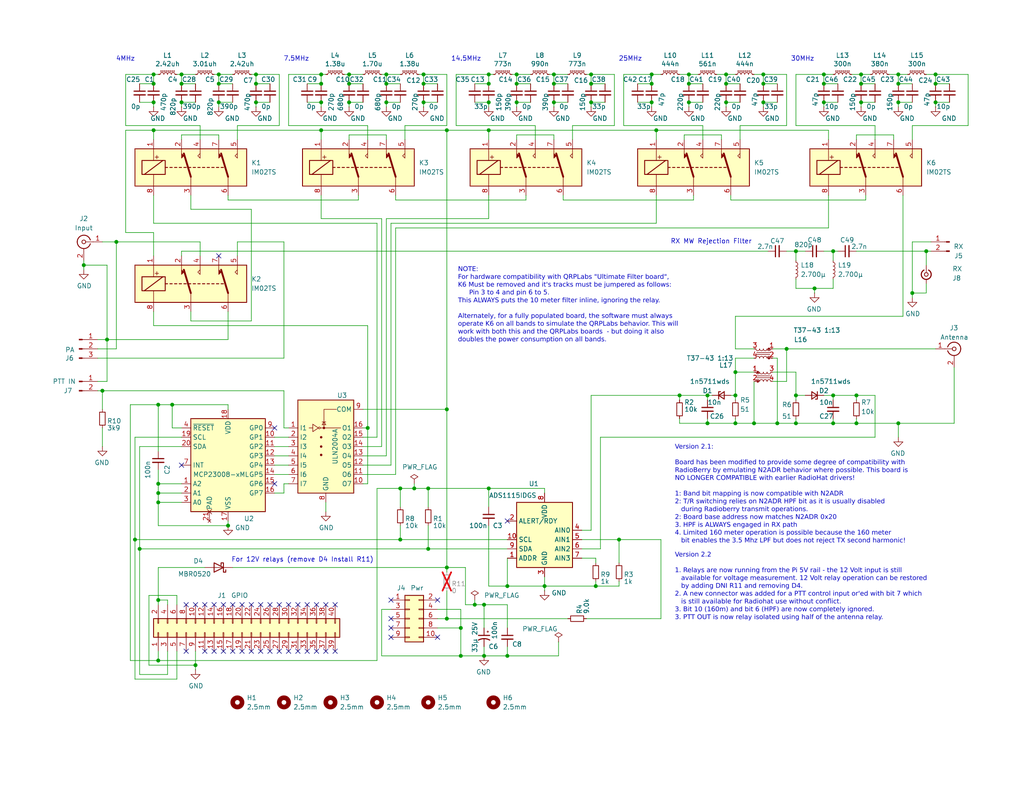
<source format=kicad_sch>
(kicad_sch (version 20250114) (generator "eeschema") (generator_version "9.0")
  (paper "USLetter")
  (title_block (title "Low Pass Filter LP2") (date "2025-02-26") (rev "1.0") (company "©2024 Mario P. Vano Low Pass Filter Board LP2 ver 2.2") (comment 1 "Isolated PA control now uses half of Antenna Relay") (comment 2 "Default address and Band bits are now similar to N2ADR") (comment 3 "WARNING: API to board has changed!") (comment 4 "NEW API IS INCOMPATIBLE"))
  (text "30MHz" (at 215.773 16.891 0) (effects (font (size 1.27 1.27)) (justify left bottom)))
  (text "7.5MHz" (at 77.343 16.891 0) (effects (font (size 1.27 1.27)) (justify left bottom)))
  (text "Version 2.1:\n\nBoard has been modified to provide some degree of compatibility with \nRadioBerry by emulating N2ADR behavior where possible. This board is\nNO LONGER COMPATIBLE with earlier RadioHat drivers!\n\n1: Band bit mapping is now compatible with N2ADR\n2: T/R switching relies on N2ADR HPF bit as it is usually disabled\n   during Radioberry transmit operations.\n2: Board base address now matches N2ADR 0x20\n3. HPF is ALWAYS engaged in RX path\n4. Limited 160 meter operation is possible because the 160 meter\n   bit enables the 3.5 Mhz LPF but does not reject TX second harmonic!\n\n" (at 184.15 136.398 0) (effects (font (size 1.27 1.27)) (justify left)))
  (text "25MHz" (at 168.783 16.891 0) (effects (font (size 1.27 1.27)) (justify left bottom)))
  (text "RX MW Rejection Filter" (at 194.056 66.04 0) (effects (font (size 1.27 1.27))))
  (text "4MHz" (at 31.623 16.891 0) (effects (font (size 1.27 1.27)) (justify left bottom)))
  (text "14.5MHz" (at 123.063 16.891 0) (effects (font (size 1.27 1.27)) (justify left bottom)))
  (text "Version 2.2\n\n1. Relays are now running from the Pi 5V rail - the 12 Volt input is still\n   available for voltage measurement. 12 Volt relay operation can be restored\n   by adding DNI R11 and removing D4.\n2. A new connector was added for a PTT control input or'ed with bit 7 which\n   is still available for Radiohat use without conflict.\n3. Bit 10 (160m) and bit 6 (HPF) are now completely ignored.\n3. PTT OUT is now relay isolated using half of the antenna relay." (at 184.15 160.528 0) (effects (font (size 1.27 1.27)) (justify left)))
  (text "NOTE:\nFor hardware compatibility with QRPLabs \"Ultimate Filter board\",\nK6 Must be removed and it's tracks must be jumpered as follows:\n	Pin 3 to 4 and pin 6 to 5.\nThis ALWAYS puts the 10 meter filter inline, ignoring the relay.\n\nAlternately, for a fully populated board, the software must always\noperate K6 on all bands to simulate the QRPLabs behavior. This will\nwork with both this and the QRPLabs boards  - but doing it also\ndoubles the power consumption on all bands.\n" (at 124.968 93.98 0) (effects (font (size 1.27 1.27)) (justify left bottom)))
  (text "For 12V relays (remove D4 Install R11)" (at 82.55 152.908 0) (effects (font (size 1.27 1.27))))
  (junction (at 233.68 115.57))
  (junction (at 59.69 20.32))
  (junction (at 116.84 149.86))
  (junction (at 115.57 27.94))
  (junction (at 125.73 171.45))
  (junction (at 138.43 179.07))
  (junction (at 121.92 35.56))
  (junction (at 133.35 133.35))
  (junction (at 255.27 27.94))
  (junction (at 151.13 22.86))
  (junction (at 140.97 20.32))
  (junction (at 217.17 115.57))
  (junction (at 227.33 107.95))
  (junction (at 95.25 22.86))
  (junction (at 255.27 22.86))
  (junction (at 105.41 20.32))
  (junction (at 38.1 149.86))
  (junction (at 43.18 137.16))
  (junction (at 116.84 133.35))
  (junction (at 113.03 133.35))
  (junction (at 133.35 35.56))
  (junction (at 43.18 180.34))
  (junction (at 95.25 20.32))
  (junction (at 187.96 27.94))
  (junction (at 200.66 101.6))
  (junction (at 140.97 22.86))
  (junction (at 62.23 143.51))
  (junction (at 121.92 111.76))
  (junction (at 205.74 115.57))
  (junction (at 43.18 134.62))
  (junction (at 245.11 20.32))
  (junction (at 200.66 107.95))
  (junction (at 224.79 27.94))
  (junction (at 133.35 22.86))
  (junction (at 208.28 20.32))
  (junction (at 161.29 20.32))
  (junction (at 121.92 154.94))
  (junction (at 185.42 107.95))
  (junction (at 109.22 147.32))
  (junction (at 234.95 27.94))
  (junction (at 132.08 179.07))
  (junction (at 105.41 27.94))
  (junction (at 49.53 20.32))
  (junction (at 69.85 22.86))
  (junction (at 125.73 179.07))
  (junction (at 187.96 22.86))
  (junction (at 234.95 22.86))
  (junction (at 161.29 27.94))
  (junction (at 208.28 22.86))
  (junction (at 46.99 110.49))
  (junction (at 161.29 22.86))
  (junction (at 87.63 35.56))
  (junction (at 53.34 181.61))
  (junction (at 138.43 160.02))
  (junction (at 193.04 107.95))
  (junction (at 49.53 27.94))
  (junction (at 212.09 115.57))
  (junction (at 43.18 163.83))
  (junction (at 255.27 20.32))
  (junction (at 41.91 27.94))
  (junction (at 151.13 20.32))
  (junction (at 115.57 22.86))
  (junction (at 224.79 22.86))
  (junction (at 43.18 132.08))
  (junction (at 95.25 27.94))
  (junction (at 227.33 115.57))
  (junction (at 233.68 107.95))
  (junction (at 41.91 22.86))
  (junction (at 179.07 35.56))
  (junction (at 198.12 27.94))
  (junction (at 168.91 147.32))
  (junction (at 41.91 20.32))
  (junction (at 140.97 27.94))
  (junction (at 31.75 66.04))
  (junction (at 245.11 22.86))
  (junction (at 87.63 27.94))
  (junction (at 162.56 160.02))
  (junction (at 245.11 115.57))
  (junction (at 224.79 20.32))
  (junction (at 41.91 35.56))
  (junction (at 214.63 95.25))
  (junction (at 217.17 68.58))
  (junction (at 132.08 165.1))
  (junction (at 177.8 22.86))
  (junction (at 217.17 107.95))
  (junction (at 87.63 20.32))
  (junction (at 208.28 27.94))
  (junction (at 105.41 22.86))
  (junction (at 252.73 68.58))
  (junction (at 177.8 27.94))
  (junction (at 133.35 27.94))
  (junction (at 148.59 160.02))
  (junction (at 177.8 20.32))
  (junction (at 245.11 27.94))
  (junction (at 200.66 115.57))
  (junction (at 133.35 20.32))
  (junction (at 198.12 20.32))
  (junction (at 59.69 22.86))
  (junction (at 121.92 168.91))
  (junction (at 49.53 22.86))
  (junction (at 234.95 20.32))
  (junction (at 222.25 78.74))
  (junction (at 100.33 116.84))
  (junction (at 187.96 20.32))
  (junction (at 198.12 22.86))
  (junction (at 69.85 27.94))
  (junction (at 36.83 147.32))
  (junction (at 59.69 27.94))
  (junction (at 43.18 110.49))
  (junction (at 109.22 133.35))
  (junction (at 248.92 80.01))
  (junction (at 227.33 68.58))
  (junction (at 22.86 72.39))
  (junction (at 193.04 115.57))
  (junction (at 29.21 92.71))
  (junction (at 151.13 27.94))
  (junction (at 115.57 20.32))
  (junction (at 129.54 165.1))
  (junction (at 87.63 22.86))
  (junction (at 27.94 106.68))
  (junction (at 69.85 20.32))
  (no_connect (at 59.69 69.85))
  (no_connect (at 78.74 177.8))
  (no_connect (at 63.5 177.8))
  (no_connect (at 106.68 173.99))
  (no_connect (at 88.9 177.8))
  (no_connect (at 63.5 165.1))
  (no_connect (at 86.36 165.1))
  (no_connect (at 91.44 165.1))
  (no_connect (at 55.88 177.8))
  (no_connect (at 106.68 168.91))
  (no_connect (at 50.8 177.8))
  (no_connect (at 106.68 171.45))
  (no_connect (at 53.34 165.1))
  (no_connect (at 73.66 177.8))
  (no_connect (at 73.66 165.1))
  (no_connect (at 68.58 165.1))
  (no_connect (at 71.12 177.8))
  (no_connect (at 83.82 177.8))
  (no_connect (at 81.28 165.1))
  (no_connect (at 138.43 142.24))
  (no_connect (at 74.93 132.08))
  (no_connect (at 119.38 173.99))
  (no_connect (at 86.36 177.8))
  (no_connect (at 68.58 177.8))
  (no_connect (at 58.42 177.8))
  (no_connect (at 55.88 165.1))
  (no_connect (at 71.12 165.1))
  (no_connect (at 50.8 165.1))
  (no_connect (at 74.93 116.84))
  (no_connect (at 106.68 163.83))
  (no_connect (at 49.53 127))
  (no_connect (at 83.82 165.1))
  (no_connect (at 91.44 177.8))
  (no_connect (at 58.42 165.1))
  (no_connect (at 60.96 165.1))
  (no_connect (at 119.38 163.83))
  (no_connect (at 78.74 165.1))
  (no_connect (at 76.2 165.1))
  (no_connect (at 76.2 177.8))
  (no_connect (at 88.9 165.1))
  (no_connect (at 60.96 177.8))
  (no_connect (at 66.04 165.1))
  (no_connect (at 66.04 177.8))
  (no_connect (at 81.28 177.8))
  (wire (pts (xy 140.97 20.32) (xy 144.78 20.32)))
  (wire (pts (xy 140.97 38.1) (xy 140.97 36.83)))
  (wire (pts (xy 255.27 27.94) (xy 255.27 29.21)))
  (wire (pts (xy 234.95 22.86) (xy 234.95 20.32)))
  (wire (pts (xy 59.69 36.83) (xy 59.69 38.1)))
  (wire (pts (xy 53.34 181.61) (xy 53.34 182.88)))
  (wire (pts (xy 35.56 180.34) (xy 43.18 180.34)))
  (wire (pts (xy 143.51 54.61) (xy 143.51 53.34)))
  (wire (pts (xy 99.06 124.46) (xy 105.41 124.46)))
  (wire (pts (xy 177.8 22.86) (xy 173.99 22.86)))
  (wire (pts (xy 34.29 34.29) (xy 34.29 20.32)))
  (wire (pts (xy 119.38 166.37) (xy 125.73 166.37)))
  (wire (pts (xy 140.97 22.86) (xy 140.97 20.32)))
  (wire (pts (xy 193.04 107.95) (xy 194.31 107.95)))
  (wire (pts (xy 38.1 121.92) (xy 49.53 121.92)))
  (wire (pts (xy 200.66 101.6) (xy 200.66 107.95)))
  (wire (pts (xy 38.1 121.92) (xy 38.1 149.86)))
  (wire (pts (xy 189.23 54.61) (xy 189.23 53.34)))
  (wire (pts (xy 105.41 20.32) (xy 104.14 20.32)))
  (wire (pts (xy 102.87 133.35) (xy 102.87 180.34)))
  (wire (pts (xy 46.99 110.49) (xy 46.99 116.84)))
  (wire (pts (xy 121.92 20.32) (xy 121.92 34.29)))
  (wire (pts (xy 104.14 59.69) (xy 104.14 121.92)))
  (wire (pts (xy 49.53 29.21) (xy 49.53 27.94)))
  (wire (pts (xy 77.47 116.84) (xy 77.47 106.68)))
  (wire (pts (xy 36.83 119.38) (xy 36.83 147.32)))
  (wire (pts (xy 133.35 59.69) (xy 105.41 59.69)))
  (wire (pts (xy 31.75 66.04) (xy 54.61 66.04)))
  (wire (pts (xy 254 66.04) (xy 248.92 66.04)))
  (wire (pts (xy 43.18 163.83) (xy 43.18 165.1)))
  (wire (pts (xy 210.82 97.79) (xy 212.09 97.79)))
  (wire (pts (xy 198.12 20.32) (xy 195.58 20.32)))
  (wire (pts (xy 151.13 22.86) (xy 151.13 20.32)))
  (wire (pts (xy 187.96 29.21) (xy 187.96 27.94)))
  (wire (pts (xy 210.82 101.6) (xy 217.17 101.6)))
  (wire (pts (xy 43.18 134.62) (xy 49.53 134.62)))
  (wire (pts (xy 170.18 20.32) (xy 177.8 20.32)))
  (wire (pts (xy 245.11 20.32) (xy 242.57 20.32)))
  (wire (pts (xy 208.28 20.32) (xy 205.74 20.32)))
  (wire (pts (xy 116.84 133.35) (xy 116.84 138.43)))
  (wire (pts (xy 46.99 110.49) (xy 62.23 110.49)))
  (wire (pts (xy 167.64 20.32) (xy 167.64 34.29)))
  (wire (pts (xy 26.67 92.71) (xy 29.21 92.71)))
  (wire (pts (xy 95.25 20.32) (xy 99.06 20.32)))
  (wire (pts (xy 77.47 66.04) (xy 77.47 97.79)))
  (wire (pts (xy 124.46 20.32) (xy 133.35 20.32)))
  (wire (pts (xy 180.34 20.32) (xy 177.8 20.32)))
  (wire (pts (xy 35.56 110.49) (xy 43.18 110.49)))
  (wire (pts (xy 116.84 143.51) (xy 116.84 149.86)))
  (wire (pts (xy 127 154.94) (xy 127 165.1)))
  (wire (pts (xy 41.91 29.21) (xy 41.91 27.94)))
  (wire (pts (xy 121.92 156.21) (xy 121.92 154.94)))
  (wire (pts (xy 38.1 27.94) (xy 41.91 27.94)))
  (wire (pts (xy 48.26 162.56) (xy 40.64 162.56)))
  (wire (pts (xy 110.49 34.29) (xy 110.49 38.1)))
  (wire (pts (xy 236.22 54.61) (xy 236.22 53.34)))
  (wire (pts (xy 227.33 107.95) (xy 233.68 107.95)))
  (wire (pts (xy 140.97 36.83) (xy 151.13 36.83)))
  (wire (pts (xy 161.29 107.95) (xy 161.29 144.78)))
  (wire (pts (xy 63.5 154.94) (xy 121.92 154.94)))
  (wire (pts (xy 146.05 38.1) (xy 146.05 34.29)))
  (wire (pts (xy 49.53 22.86) (xy 53.34 22.86)))
  (wire (pts (xy 49.53 68.58) (xy 209.55 68.58)))
  (wire (pts (xy 214.63 95.25) (xy 214.63 104.14)))
  (wire (pts (xy 187.96 20.32) (xy 187.96 22.86)))
  (wire (pts (xy 41.91 60.96) (xy 102.87 60.96)))
  (wire (pts (xy 151.13 20.32) (xy 149.86 20.32)))
  (wire (pts (xy 78.74 121.92) (xy 74.93 121.92)))
  (wire (pts (xy 179.07 35.56) (xy 226.06 35.56)))
  (wire (pts (xy 34.29 63.5) (xy 41.91 63.5)))
  (wire (pts (xy 224.79 22.86) (xy 224.79 20.32)))
  (wire (pts (xy 199.39 53.34) (xy 199.39 54.61)))
  (wire (pts (xy 133.35 138.43) (xy 133.35 133.35)))
  (wire (pts (xy 27.94 116.84) (xy 27.94 121.92)))
  (wire (pts (xy 121.92 161.29) (xy 121.92 168.91)))
  (wire (pts (xy 245.11 27.94) (xy 248.92 27.94)))
  (wire (pts (xy 151.13 20.32) (xy 154.94 20.32)))
  (wire (pts (xy 227.33 20.32) (xy 224.79 20.32)))
  (wire (pts (xy 113.03 133.35) (xy 109.22 133.35)))
  (wire (pts (xy 227.33 68.58) (xy 227.33 71.12)))
  (wire (pts (xy 245.11 115.57) (xy 233.68 115.57)))
  (wire (pts (xy 124.46 34.29) (xy 124.46 20.32)))
  (wire (pts (xy 252.73 80.01) (xy 248.92 80.01)))
  (wire (pts (xy 74.93 129.54) (xy 78.74 129.54)))
  (wire (pts (xy 177.8 27.94) (xy 173.99 27.94)))
  (wire (pts (xy 99.06 116.84) (xy 100.33 116.84)))
  (wire (pts (xy 78.74 124.46) (xy 74.93 124.46)))
  (wire (pts (xy 146.05 34.29) (xy 124.46 34.29)))
  (wire (pts (xy 133.35 27.94) (xy 129.54 27.94)))
  (wire (pts (xy 99.06 111.76) (xy 121.92 111.76)))
  (wire (pts (xy 264.16 20.32) (xy 264.16 34.29)))
  (wire (pts (xy 78.74 34.29) (xy 78.74 20.32)))
  (wire (pts (xy 107.95 54.61) (xy 143.51 54.61)))
  (wire (pts (xy 121.92 35.56) (xy 121.92 111.76)))
  (wire (pts (xy 35.56 110.49) (xy 35.56 180.34)))
  (wire (pts (xy 217.17 107.95) (xy 219.71 107.95)))
  (wire (pts (xy 22.86 72.39) (xy 22.86 73.66)))
  (wire (pts (xy 59.69 22.86) (xy 63.5 22.86)))
  (wire (pts (xy 238.76 107.95) (xy 233.68 107.95)))
  (wire (pts (xy 107.95 53.34) (xy 107.95 54.61)))
  (wire (pts (xy 187.96 27.94) (xy 191.77 27.94)))
  (wire (pts (xy 227.33 115.57) (xy 233.68 115.57)))
  (wire (pts (xy 226.06 35.56) (xy 226.06 38.1)))
  (wire (pts (xy 133.35 22.86) (xy 133.35 20.32)))
  (wire (pts (xy 196.85 36.83) (xy 196.85 38.1)))
  (wire (pts (xy 105.41 27.94) (xy 109.22 27.94)))
  (wire (pts (xy 59.69 27.94) (xy 63.5 27.94)))
  (wire (pts (xy 53.34 177.8) (xy 53.34 181.61)))
  (wire (pts (xy 116.84 133.35) (xy 113.03 133.35)))
  (wire (pts (xy 243.84 36.83) (xy 243.84 38.1)))
  (wire (pts (xy 26.67 104.14) (xy 29.21 104.14)))
  (wire (pts (xy 69.85 20.32) (xy 68.58 20.32)))
  (wire (pts (xy 121.92 111.76) (xy 121.92 154.94)))
  (wire (pts (xy 210.82 95.25) (xy 214.63 95.25)))
  (wire (pts (xy 193.04 114.3) (xy 193.04 115.57)))
  (wire (pts (xy 245.11 22.86) (xy 245.11 20.32)))
  (wire (pts (xy 208.28 20.32) (xy 208.28 22.86)))
  (wire (pts (xy 64.77 34.29) (xy 64.77 38.1)))
  (wire (pts (xy 43.18 137.16) (xy 49.53 137.16)))
  (wire (pts (xy 151.13 36.83) (xy 151.13 38.1)))
  (wire (pts (xy 153.67 53.34) (xy 153.67 54.61)))
  (wire (pts (xy 22.86 71.12) (xy 22.86 72.39)))
  (wire (pts (xy 132.08 165.1) (xy 132.08 171.45)))
  (wire (pts (xy 109.22 133.35) (xy 109.22 138.43)))
  (wire (pts (xy 100.33 38.1) (xy 100.33 34.29)))
  (wire (pts (xy 99.06 129.54) (xy 107.95 129.54)))
  (wire (pts (xy 161.29 144.78) (xy 158.75 144.78)))
  (wire (pts (xy 248.92 34.29) (xy 248.92 38.1)))
  (wire (pts (xy 87.63 29.21) (xy 87.63 27.94)))
  (wire (pts (xy 217.17 101.6) (xy 217.17 107.95)))
  (wire (pts (xy 238.76 107.95) (xy 238.76 119.38)))
  (wire (pts (xy 162.56 160.02) (xy 168.91 160.02)))
  (wire (pts (xy 100.33 34.29) (xy 78.74 34.29)))
  (wire (pts (xy 31.75 95.25) (xy 26.67 95.25)))
  (wire (pts (xy 129.54 163.83) (xy 129.54 165.1)))
  (wire (pts (xy 78.74 116.84) (xy 77.47 116.84)))
  (wire (pts (xy 115.57 20.32) (xy 114.3 20.32)))
  (wire (pts (xy 99.06 121.92) (xy 104.14 121.92)))
  (wire (pts (xy 95.25 22.86) (xy 95.25 20.32)))
  (wire (pts (xy 45.72 165.1) (xy 45.72 163.83)))
  (wire (pts (xy 74.93 134.62) (xy 77.47 134.62)))
  (wire (pts (xy 132.08 176.53) (xy 132.08 179.07)))
  (wire (pts (xy 217.17 68.58) (xy 219.71 68.58)))
  (wire (pts (xy 105.41 36.83) (xy 105.41 38.1)))
  (wire (pts (xy 62.23 85.09) (xy 62.23 92.71)))
  (wire (pts (xy 115.57 29.21) (xy 115.57 27.94)))
  (wire (pts (xy 69.85 22.86) (xy 73.66 22.86)))
  (wire (pts (xy 151.13 29.21) (xy 151.13 27.94)))
  (wire (pts (xy 41.91 22.86) (xy 41.91 20.32)))
  (wire (pts (xy 246.38 86.36) (xy 246.38 53.34)))
  (wire (pts (xy 191.77 38.1) (xy 191.77 34.29)))
  (wire (pts (xy 105.41 29.21) (xy 105.41 27.94)))
  (wire (pts (xy 222.25 78.74) (xy 227.33 78.74)))
  (wire (pts (xy 227.33 68.58) (xy 228.6 68.58)))
  (wire (pts (xy 121.92 168.91) (xy 154.94 168.91)))
  (wire (pts (xy 41.91 85.09) (xy 41.91 88.9)))
  (wire (pts (xy 133.35 133.35) (xy 148.59 133.35)))
  (wire (pts (xy 226.06 62.23) (xy 107.95 62.23)))
  (wire (pts (xy 205.74 97.79) (xy 200.66 97.79)))
  (wire (pts (xy 105.41 59.69) (xy 105.41 124.46)))
  (wire (pts (xy 237.49 20.32) (xy 234.95 20.32)))
  (wire (pts (xy 208.28 22.86) (xy 212.09 22.86)))
  (wire (pts (xy 217.17 114.3) (xy 217.17 115.57)))
  (wire (pts (xy 158.75 152.4) (xy 162.56 152.4)))
  (wire (pts (xy 191.77 34.29) (xy 170.18 34.29)))
  (wire (pts (xy 138.43 152.4) (xy 138.43 160.02)))
  (wire (pts (xy 129.54 165.1) (xy 132.08 165.1)))
  (wire (pts (xy 187.96 22.86) (xy 191.77 22.86)))
  (wire (pts (xy 104.14 166.37) (xy 106.68 166.37)))
  (wire (pts (xy 140.97 22.86) (xy 144.78 22.86)))
  (wire (pts (xy 102.87 180.34) (xy 43.18 180.34)))
  (wire (pts (xy 119.38 171.45) (xy 125.73 171.45)))
  (wire (pts (xy 133.35 29.21) (xy 133.35 27.94)))
  (wire (pts (xy 69.85 22.86) (xy 69.85 20.32)))
  (wire (pts (xy 185.42 114.3) (xy 185.42 115.57)))
  (wire (pts (xy 233.68 36.83) (xy 243.84 36.83)))
  (wire (pts (xy 233.68 38.1) (xy 233.68 36.83)))
  (wire (pts (xy 200.66 86.36) (xy 200.66 95.25)))
  (wire (pts (xy 49.53 38.1) (xy 49.53 36.83)))
  (wire (pts (xy 227.33 114.3) (xy 227.33 115.57)))
  (wire (pts (xy 252.73 68.58) (xy 252.73 72.39)))
  (wire (pts (xy 49.53 36.83) (xy 59.69 36.83)))
  (wire (pts (xy 156.21 34.29) (xy 156.21 38.1)))
  (wire (pts (xy 179.07 35.56) (xy 179.07 38.1)))
  (wire (pts (xy 45.72 177.8) (xy 45.72 184.15)))
  (wire (pts (xy 95.25 22.86) (xy 99.06 22.86)))
  (wire (pts (xy 133.35 35.56) (xy 179.07 35.56)))
  (wire (pts (xy 152.4 179.07) (xy 138.43 179.07)))
  (wire (pts (xy 245.11 22.86) (xy 248.92 22.86)))
  (wire (pts (xy 87.63 22.86) (xy 87.63 20.32)))
  (wire (pts (xy 49.53 132.08) (xy 43.18 132.08)))
  (wire (pts (xy 31.75 66.04) (xy 31.75 95.25)))
  (wire (pts (xy 198.12 27.94) (xy 201.93 27.94)))
  (wire (pts (xy 109.22 147.32) (xy 36.83 147.32)))
  (wire (pts (xy 252.73 68.58) (xy 254 68.58)))
  (wire (pts (xy 217.17 34.29) (xy 217.17 20.32)))
  (wire (pts (xy 152.4 175.26) (xy 152.4 179.07)))
  (wire (pts (xy 255.27 22.86) (xy 259.08 22.86)))
  (wire (pts (xy 99.06 119.38) (xy 102.87 119.38)))
  (wire (pts (xy 41.91 63.5) (xy 41.91 69.85)))
  (wire (pts (xy 48.26 185.42) (xy 48.26 177.8)))
  (wire (pts (xy 64.77 66.04) (xy 77.47 66.04)))
  (wire (pts (xy 233.68 109.22) (xy 233.68 107.95)))
  (wire (pts (xy 54.61 66.04) (xy 54.61 69.85)))
  (wire (pts (xy 245.11 115.57) (xy 245.11 119.38)))
  (wire (pts (xy 162.56 158.75) (xy 162.56 160.02)))
  (wire (pts (xy 247.65 20.32) (xy 245.11 20.32)))
  (wire (pts (xy 255.27 27.94) (xy 259.08 27.94)))
  (wire (pts (xy 227.33 115.57) (xy 217.17 115.57)))
  (wire (pts (xy 138.43 176.53) (xy 138.43 179.07)))
  (wire (pts (xy 125.73 171.45) (xy 125.73 166.37)))
  (wire (pts (xy 248.92 80.01) (xy 248.92 81.28)))
  (wire (pts (xy 34.29 35.56) (xy 34.29 63.5)))
  (wire (pts (xy 46.99 110.49) (xy 43.18 110.49)))
  (wire (pts (xy 78.74 20.32) (xy 87.63 20.32)))
  (wire (pts (xy 255.27 22.86) (xy 255.27 20.32)))
  (wire (pts (xy 52.07 53.34) (xy 52.07 57.15)))
  (wire (pts (xy 27.94 106.68) (xy 27.94 111.76)))
  (wire (pts (xy 138.43 147.32) (xy 109.22 147.32)))
  (wire (pts (xy 186.69 36.83) (xy 196.85 36.83)))
  (wire (pts (xy 180.34 147.32) (xy 180.34 168.91)))
  (wire (pts (xy 29.21 72.39) (xy 29.21 92.71)))
  (wire (pts (xy 190.5 20.32) (xy 187.96 20.32)))
  (wire (pts (xy 127 154.94) (xy 121.92 154.94)))
  (wire (pts (xy 62.23 111.76) (xy 62.23 110.49)))
  (wire (pts (xy 185.42 107.95) (xy 193.04 107.95)))
  (wire (pts (xy 62.23 54.61) (xy 97.79 54.61)))
  (wire (pts (xy 40.64 162.56) (xy 40.64 181.61)))
  (wire (pts (xy 217.17 76.2) (xy 217.17 78.74)))
  (wire (pts (xy 208.28 20.32) (xy 214.63 20.32)))
  (wire (pts (xy 199.39 107.95) (xy 200.66 107.95)))
  (wire (pts (xy 95.25 38.1) (xy 95.25 36.83)))
  (wire (pts (xy 198.12 22.86) (xy 201.93 22.86)))
  (wire (pts (xy 234.95 22.86) (xy 238.76 22.86)))
  (wire (pts (xy 43.18 20.32) (xy 41.91 20.32)))
  (wire (pts (xy 49.53 20.32) (xy 48.26 20.32)))
  (wire (pts (xy 180.34 168.91) (xy 160.02 168.91)))
  (wire (pts (xy 234.95 27.94) (xy 238.76 27.94)))
  (wire (pts (xy 255.27 20.32) (xy 252.73 20.32)))
  (wire (pts (xy 162.56 152.4) (xy 162.56 153.67)))
  (wire (pts (xy 177.8 29.21) (xy 177.8 27.94)))
  (wire (pts (xy 148.59 160.02) (xy 148.59 161.29)))
  (wire (pts (xy 200.66 114.3) (xy 200.66 115.57)))
  (wire (pts (xy 238.76 34.29) (xy 217.17 34.29)))
  (wire (pts (xy 214.63 20.32) (xy 214.63 34.29)))
  (wire (pts (xy 88.9 20.32) (xy 87.63 20.32)))
  (wire (pts (xy 133.35 133.35) (xy 116.84 133.35)))
  (wire (pts (xy 34.29 20.32) (xy 41.91 20.32)))
  (wire (pts (xy 140.97 29.21) (xy 140.97 27.94)))
  (wire (pts (xy 200.66 101.6) (xy 205.74 101.6)))
  (wire (pts (xy 29.21 92.71) (xy 62.23 92.71)))
  (wire (pts (xy 148.59 160.02) (xy 162.56 160.02)))
  (wire (pts (xy 113.03 132.08) (xy 113.03 133.35)))
  (wire (pts (xy 125.73 179.07) (xy 104.14 179.07)))
  (wire (pts (xy 100.33 116.84) (xy 100.33 132.08)))
  (wire (pts (xy 41.91 35.56) (xy 34.29 35.56)))
  (wire (pts (xy 125.73 171.45) (xy 125.73 179.07)))
  (wire (pts (xy 212.09 97.79) (xy 212.09 115.57)))
  (wire (pts (xy 177.8 20.32) (xy 177.8 22.86)))
  (wire (pts (xy 95.25 29.21) (xy 95.25 27.94)))
  (wire (pts (xy 161.29 22.86) (xy 161.29 20.32)))
  (wire (pts (xy 125.73 179.07) (xy 132.08 179.07)))
  (wire (pts (xy 87.63 59.69) (xy 104.14 59.69)))
  (wire (pts (xy 115.57 22.86) (xy 115.57 20.32)))
  (wire (pts (xy 208.28 29.21) (xy 208.28 27.94)))
  (wire (pts (xy 200.66 107.95) (xy 200.66 109.22)))
  (wire (pts (xy 222.25 78.74) (xy 222.25 80.01)))
  (wire (pts (xy 140.97 27.94) (xy 144.78 27.94)))
  (wire (pts (xy 148.59 160.02) (xy 148.59 157.48)))
  (wire (pts (xy 53.34 20.32) (xy 49.53 20.32)))
  (wire (pts (xy 59.69 22.86) (xy 59.69 20.32)))
  (wire (pts (xy 27.94 106.68) (xy 77.47 106.68)))
  (wire (pts (xy 245.11 27.94) (xy 245.11 29.21)))
  (wire (pts (xy 63.5 20.32) (xy 59.69 20.32)))
  (wire (pts (xy 54.61 34.29) (xy 34.29 34.29)))
  (wire (pts (xy 109.22 143.51) (xy 109.22 147.32)))
  (wire (pts (xy 76.2 20.32) (xy 76.2 34.29)))
  (wire (pts (xy 151.13 27.94) (xy 154.94 27.94)))
  (wire (pts (xy 45.72 163.83) (xy 43.18 163.83)))
  (wire (pts (xy 214.63 68.58) (xy 217.17 68.58)))
  (wire (pts (xy 27.94 66.04) (xy 31.75 66.04)))
  (wire (pts (xy 133.35 22.86) (xy 129.54 22.86)))
  (wire (pts (xy 48.26 165.1) (xy 48.26 162.56)))
  (wire (pts (xy 224.79 27.94) (xy 224.79 29.21)))
  (wire (pts (xy 99.06 127) (xy 106.68 127)))
  (wire (pts (xy 205.74 104.14) (xy 205.74 115.57)))
  (wire (pts (xy 64.77 69.85) (xy 64.77 66.04)))
  (wire (pts (xy 134.62 20.32) (xy 133.35 20.32)))
  (wire (pts (xy 76.2 34.29) (xy 64.77 34.29)))
  (wire (pts (xy 226.06 53.34) (xy 226.06 62.23)))
  (wire (pts (xy 38.1 149.86) (xy 116.84 149.86)))
  (wire (pts (xy 100.33 132.08) (xy 99.06 132.08)))
  (wire (pts (xy 193.04 115.57) (xy 200.66 115.57)))
  (wire (pts (xy 238.76 38.1) (xy 238.76 34.29)))
  (wire (pts (xy 161.29 27.94) (xy 165.1 27.94)))
  (wire (pts (xy 59.69 29.21) (xy 59.69 27.94)))
  (wire (pts (xy 170.18 34.29) (xy 170.18 20.32)))
  (wire (pts (xy 87.63 35.56) (xy 121.92 35.56)))
  (wire (pts (xy 59.69 20.32) (xy 58.42 20.32)))
  (wire (pts (xy 200.66 115.57) (xy 205.74 115.57)))
  (wire (pts (xy 52.07 87.63) (xy 68.58 87.63)))
  (wire (pts (xy 148.59 133.35) (xy 148.59 134.62)))
  (wire (pts (xy 107.95 62.23) (xy 107.95 129.54)))
  (wire (pts (xy 200.66 97.79) (xy 200.66 101.6)))
  (wire (pts (xy 49.53 22.86) (xy 49.53 20.32)))
  (wire (pts (xy 161.29 22.86) (xy 165.1 22.86)))
  (wire (pts (xy 22.86 72.39) (xy 29.21 72.39)))
  (wire (pts (xy 168.91 147.32) (xy 180.34 147.32)))
  (wire (pts (xy 186.69 38.1) (xy 186.69 36.83)))
  (wire (pts (xy 115.57 22.86) (xy 119.38 22.86)))
  (wire (pts (xy 252.73 77.47) (xy 252.73 80.01)))
  (wire (pts (xy 217.17 68.58) (xy 217.17 71.12)))
  (wire (pts (xy 185.42 115.57) (xy 193.04 115.57)))
  (wire (pts (xy 40.64 181.61) (xy 53.34 181.61)))
  (wire (pts (xy 52.07 87.63) (xy 52.07 85.09)))
  (wire (pts (xy 153.67 54.61) (xy 189.23 54.61)))
  (wire (pts (xy 26.67 106.68) (xy 27.94 106.68)))
  (wire (pts (xy 179.07 60.96) (xy 106.68 60.96)))
  (wire (pts (xy 26.67 97.79) (xy 77.47 97.79)))
  (wire (pts (xy 224.79 107.95) (xy 227.33 107.95)))
  (wire (pts (xy 158.75 149.86) (xy 163.83 149.86)))
  (wire (pts (xy 233.68 68.58) (xy 252.73 68.58)))
  (wire (pts (xy 36.83 147.32) (xy 36.83 185.42)))
  (wire (pts (xy 78.74 119.38) (xy 74.93 119.38)))
  (wire (pts (xy 198.12 20.32) (xy 198.12 22.86)))
  (wire (pts (xy 161.29 107.95) (xy 185.42 107.95)))
  (wire (pts (xy 43.18 154.94) (xy 55.88 154.94)))
  (wire (pts (xy 62.23 53.34) (xy 62.23 54.61)))
  (wire (pts (xy 88.9 139.7) (xy 88.9 137.16)))
  (wire (pts (xy 115.57 27.94) (xy 119.38 27.94)))
  (wire (pts (xy 43.18 180.34) (xy 43.18 177.8)))
  (wire (pts (xy 49.53 68.58) (xy 49.53 69.85)))
  (wire (pts (xy 97.79 53.34) (xy 97.79 54.61)))
  (wire (pts (xy 140.97 20.32) (xy 139.7 20.32)))
  (wire (pts (xy 158.75 147.32) (xy 168.91 147.32)))
  (wire (pts (xy 105.41 22.86) (xy 109.22 22.86)))
  (wire (pts (xy 168.91 158.75) (xy 168.91 160.02)))
  (wire (pts (xy 105.41 22.86) (xy 105.41 20.32)))
  (wire (pts (xy 74.93 127) (xy 78.74 127)))
  (wire (pts (xy 133.35 160.02) (xy 138.43 160.02)))
  (wire (pts (xy 200.66 95.25) (xy 205.74 95.25)))
  (wire (pts (xy 41.91 38.1) (xy 41.91 35.56)))
  (wire (pts (xy 151.13 22.86) (xy 154.94 22.86)))
  (wire (pts (xy 234.95 27.94) (xy 234.95 29.21)))
  (wire (pts (xy 224.79 68.58) (xy 227.33 68.58)))
  (wire (pts (xy 260.35 115.57) (xy 260.35 100.33)))
  (wire (pts (xy 43.18 154.94) (xy 43.18 163.83)))
  (wire (pts (xy 62.23 143.51) (xy 62.23 142.24)))
  (wire (pts (xy 198.12 29.21) (xy 198.12 27.94)))
  (wire (pts (xy 95.25 36.83) (xy 105.41 36.83)))
  (wire (pts (xy 38.1 149.86) (xy 38.1 184.15)))
  (wire (pts (xy 210.82 104.14) (xy 214.63 104.14)))
  (wire (pts (xy 199.39 54.61) (xy 236.22 54.61)))
  (wire (pts (xy 77.47 134.62) (xy 77.47 132.08)))
  (wire (pts (xy 234.95 20.32) (xy 232.41 20.32)))
  (wire (pts (xy 41.91 35.56) (xy 87.63 35.56)))
  (wire (pts (xy 132.08 165.1) (xy 138.43 165.1)))
  (wire (pts (xy 205.74 115.57) (xy 212.09 115.57)))
  (wire (pts (xy 233.68 114.3) (xy 233.68 115.57)))
  (wire (pts (xy 133.35 143.51) (xy 133.35 160.02)))
  (wire (pts (xy 43.18 132.08) (xy 43.18 128.27)))
  (wire (pts (xy 214.63 95.25) (xy 255.27 95.25)))
  (wire (pts (xy 109.22 133.35) (xy 102.87 133.35)))
  (wire (pts (xy 193.04 109.22) (xy 193.04 107.95)))
  (wire (pts (xy 133.35 53.34) (xy 133.35 59.69)))
  (wire (pts (xy 38.1 22.86) (xy 41.91 22.86)))
  (wire (pts (xy 201.93 34.29) (xy 201.93 38.1)))
  (wire (pts (xy 49.53 119.38) (xy 36.83 119.38)))
  (wire (pts (xy 255.27 20.32) (xy 264.16 20.32)))
  (wire (pts (xy 214.63 34.29) (xy 201.93 34.29)))
  (wire (pts (xy 133.35 35.56) (xy 133.35 38.1)))
  (wire (pts (xy 212.09 115.57) (xy 217.17 115.57)))
  (wire (pts (xy 87.63 22.86) (xy 83.82 22.86)))
  (wire (pts (xy 105.41 20.32) (xy 109.22 20.32)))
  (wire (pts (xy 121.92 34.29) (xy 110.49 34.29)))
  (wire (pts (xy 68.58 57.15) (xy 68.58 87.63)))
  (wire (pts (xy 163.83 119.38) (xy 238.76 119.38)))
  (wire (pts (xy 87.63 35.56) (xy 87.63 38.1)))
  (wire (pts (xy 185.42 107.95) (xy 185.42 109.22)))
  (wire (pts (xy 167.64 34.29) (xy 156.21 34.29)))
  (wire (pts (xy 217.17 78.74) (xy 222.25 78.74)))
  (wire (pts (xy 138.43 165.1) (xy 138.43 171.45)))
  (wire (pts (xy 49.53 27.94) (xy 53.34 27.94)))
  (wire (pts (xy 36.83 185.42) (xy 48.26 185.42)))
  (wire (pts (xy 95.25 27.94) (xy 99.06 27.94)))
  (wire (pts (xy 41.91 88.9) (xy 100.33 88.9)))
  (wire (pts (xy 38.1 184.15) (xy 45.72 184.15)))
  (wire (pts (xy 248.92 66.04) (xy 248.92 80.01)))
  (wire (pts (xy 43.18 134.62) (xy 43.18 137.16)))
  (wire (pts (xy 224.79 27.94) (xy 228.6 27.94)))
  (wire (pts (xy 200.66 86.36) (xy 246.38 86.36)))
  (wire (pts (xy 227.33 78.74) (xy 227.33 76.2)))
  (wire (pts (xy 46.99 116.84) (xy 49.53 116.84)))
  (wire (pts (xy 69.85 27.94) (xy 73.66 27.94)))
  (wire (pts (xy 77.47 132.08) (xy 78.74 132.08)))
  (wire (pts (xy 224.79 22.86) (xy 228.6 22.86)))
  (wire (pts (xy 119.38 168.91) (xy 121.92 168.91)))
  (wire (pts (xy 163.83 149.86) (xy 163.83 119.38)))
  (wire (pts (xy 200.66 20.32) (xy 198.12 20.32)))
  (wire (pts (xy 161.29 20.32) (xy 160.02 20.32)))
  (wire (pts (xy 54.61 38.1) (xy 54.61 34.29)))
  (wire (pts (xy 43.18 143.51) (xy 62.23 143.51)))
  (wire (pts (xy 187.96 20.32) (xy 185.42 20.32)))
  (wire (pts (xy 43.18 137.16) (xy 43.18 143.51)))
  (wire (pts (xy 87.63 27.94) (xy 83.82 27.94)))
  (wire (pts (xy 68.58 57.15) (xy 52.07 57.15)))
  (wire (pts (xy 106.68 60.96) (xy 106.68 127)))
  (wire (pts (xy 115.57 20.32) (xy 121.92 20.32)))
  (wire (pts (xy 161.29 29.21) (xy 161.29 27.94)))
  (wire (pts (xy 29.21 104.14) (xy 29.21 92.71)))
  (wire (pts (xy 87.63 53.34) (xy 87.63 59.69)))
  (wire (pts (xy 217.17 107.95) (xy 217.17 109.22)))
  (wire (pts (xy 179.07 53.34) (xy 179.07 60.96)))
  (wire (pts (xy 168.91 147.32) (xy 168.91 153.67)))
  (wire (pts (xy 104.14 179.07) (xy 104.14 166.37)))
  (wire (pts (xy 227.33 109.22) (xy 227.33 107.95)))
  (wire (pts (xy 121.92 35.56) (xy 133.35 35.56)))
  (wire (pts (xy 100.33 88.9) (xy 100.33 116.84)))
  (wire (pts (xy 264.16 34.29) (xy 248.92 34.29)))
  (wire (pts (xy 127 165.1) (xy 129.54 165.1)))
  (wire (pts (xy 217.17 20.32) (xy 224.79 20.32)))
  (wire (pts (xy 43.18 132.08) (xy 43.18 134.62)))
  (wire (pts (xy 132.08 179.07) (xy 138.43 179.07)))
  (wire (pts (xy 95.25 20.32) (xy 93.98 20.32)))
  (wire (pts (xy 245.11 115.57) (xy 260.35 115.57)))
  (wire (pts (xy 138.43 160.02) (xy 148.59 160.02)))
  (wire (pts (xy 102.87 60.96) (xy 102.87 119.38)))
  (wire (pts (xy 43.18 110.49) (xy 43.18 123.19)))
  (wire (pts (xy 69.85 29.21) (xy 69.85 27.94)))
  (wire (pts (xy 161.29 20.32) (xy 167.64 20.32)))
  (wire (pts (xy 208.28 27.94) (xy 212.09 27.94)))
  (wire (pts (xy 41.91 53.34) (xy 41.91 60.96)))
  (wire (pts (xy 69.85 20.32) (xy 76.2 20.32)))
  (wire (pts (xy 116.84 149.86) (xy 138.43 149.86)))
  (symbol (lib_id "Connector_Generic:Conn_02x20_Odd_Even") (at 66.04 172.72 90) (unit 1)
    (property "Reference" "J1" (at 60.5282 162.56 90))
    (property "Value" "GPIO" (at 65.3796 162.56 90))
    (property "Footprint" "Connector_PinSocket_2.54mm:PinSocket_2x20_P2.54mm_Vertical" (effects (hide yes)))
  )
  (symbol (lib_id "Device:C_Small") (at 140.97 25.4 0) (mirror y) (unit 1)
    (property "Reference" "C14" (at 139.9032 21.6916 0) (effects (justify left)))
    (property "Value" "390p" (at 138.6332 30.353 90) (effects (justify left)))
    (property "Footprint" "Capacitor_SMD:C_1206_3216Metric" (effects (hide yes)))
    (property "Datasheet" "https://datasheets.kyocera-avx.com/C0GNP0-KGM.pdf" (effects (hide yes)))
    (property "Description" "CAP CER 390PF 200V C0G/NP0 1206" (effects (hide yes)))
    (property "DigiKey Part Number" "478-KGM31BCG2D391JTCT-ND" (effects (hide yes)))
    (property "Manufacturer_Name" "KYOCERA AVX" (effects (hide yes)))
    (property "Manufacturer_Part_Number" "KGM31BCG2D391JT" (effects (hide yes)))
  )
  (symbol (lib_id "Device:C_Small") (at 133.35 140.97 0) (mirror y) (unit 1)
    (property "Reference" "C3" (at 135.7884 143.51 0))
    (property "Value" "100n" (at 130.4798 143.51 0))
    (property "Footprint" "Capacitor_SMD:C_0603_1608Metric" (effects (hide yes)))
    (property "Datasheet" "https://www.digikey.com/en/models/3886691" (effects (hide yes)))
    (property "Description" "0.1 µF ±5% 50V Ceramic Capacitor X7R 0603 (1608 Metric)" (effects (hide yes)))
    (property "DigiKey Part Number" "1276-1033-1-ND" (effects (hide yes)))
    (property "Manufacturer_Part_Number" "CL10B104JB8NNNC" (effects (hide yes)))
    (property "Manufacturer_Name" "Samsung Electro-Mechanics" (effects (hide yes)))
  )
  (symbol (lib_id "Device:D_Zener_Small") (at 196.85 107.95 0) (unit 1)
    (property "Reference" "D1" (at 193.04 106.68 0))
    (property "Value" "1n5711wds" (at 193.675 104.14 0))
    (property "Footprint" "Diode_SMD:D_SOD-323_HandSoldering" (effects (hide yes)))
    (property "Datasheet" "https://www.diodes.com/assets/Datasheets/1N5711WS.pdf" (effects (hide yes)))
    (property "Description" "DIODE SCHOTTKY 70V 150MW SOD323" (effects (hide yes)))
    (property "DigiKey Part Number" "1N5711WS-FDICT-ND" (effects (hide yes)))
    (property "Manufacturer_Name" "Diodes Incorporated" (effects (hide yes)))
    (property "Manufacturer_Part_Number" "1N5711WS-7-F" (effects (hide yes)))
  )
  (symbol (lib_id "txfilters-rescue:L_Core_Ferrite_Small-Device") (at 101.6 20.32 270) (mirror x) (unit 1)
    (property "Reference" "L5" (at 101.6 15.113 90))
    (property "Value" "1.70u" (at 101.6 17.4244 90))
    (property "Footprint" "Inductor_THT:L_Toroid_Vertical_L14.0mm_W6.3mm_P4.57mm_Pulse_A" (effects (hide yes)))
    (property "Datasheet" "https://web.archive.org/web/20100124053352/http://www.gqrp.com/technical2.htm" (effects (hide yes)))
    (property "Description" "21 Turns on Micrometals T37-6 28AWG" (effects (hide yes)))
  )
  (symbol (lib_id "Device:C_Small") (at 212.09 68.58 90) (unit 1)
    (property "Reference" "C47" (at 212.09 65.786 90))
    (property "Value" "2.7n" (at 208.788 67.31 90))
    (property "Footprint" "Capacitor_SMD:C_0603_1608Metric" (effects (hide yes)))
    (property "Description" "Unpolarized capacitor, small symbol" (effects (hide yes)))
  )
  (symbol (lib_id "Device:C_Small") (at 138.43 173.99 0) (unit 1)
    (property "Reference" "C8" (at 141.0716 175.895 0))
    (property "Value" "100n" (at 134.9502 172.085 90))
    (property "Footprint" "Capacitor_SMD:C_0603_1608Metric" (effects (hide yes)))
    (property "Datasheet" "https://www.digikey.com/en/models/3886691" (effects (hide yes)))
    (property "Description" "0.1 µF ±5% 50V Ceramic Capacitor X7R 0603 (1608 Metric)" (effects (hide yes)))
    (property "DigiKey Part Number" "1276-1033-1-ND" (effects (hide yes)))
    (property "Manufacturer_Part_Number" "CL10B104JB8NNNC" (effects (hide yes)))
    (property "Manufacturer_Name" "Samsung Electro-Mechanics" (effects (hide yes)))
  )
  (symbol (lib_id "Device:C_Small") (at 49.53 25.4 0) (mirror y) (unit 1)
    (property "Reference" "C4" (at 48.4632 21.6916 0) (effects (justify left)))
    (property "Value" "820p" (at 47.1932 31.623 90) (effects (justify left)))
    (property "Footprint" "Capacitor_SMD:C_1206_3216Metric" (effects (hide yes)))
    (property "Datasheet" "https://datasheets.kyocera-avx.com/C0GNP0-KGM.pdf" (effects (hide yes)))
    (property "Description" "CAP CER 820PF 200V C0G/NP0 1206" (effects (hide yes)))
    (property "DigiKey Part Number" "478-KGM31VCG2D821JUCT-ND" (effects (hide yes)))
    (property "Manufacturer_Name" "KYOCERA AVX" (effects (hide yes)))
    (property "Manufacturer_Part_Number" "KGM31VCG2D821JU" (effects (hide yes)))
  )
  (symbol (lib_id "Device:C_Small") (at 144.78 25.4 0) (mirror y) (unit 1)
    (property "Reference" "C36" (at 144.9832 21.6916 0) (effects (justify left)))
    (property "Value" "0p" (at 144.9832 29.083 0) (effects (justify left)))
    (property "Footprint" "Capacitor_SMD:C_1206_3216Metric" (effects (hide yes)))
    (property "Description" "DNP Place Holder" (effects (hide yes)))
  )
  (symbol (lib_id "Device:C_Small") (at 191.77 25.4 0) (mirror y) (unit 1)
    (property "Reference" "C41" (at 191.9732 21.6916 0) (effects (justify left)))
    (property "Value" "0p" (at 191.9732 29.083 0) (effects (justify left)))
    (property "Footprint" "Capacitor_SMD:C_1206_3216Metric" (effects (hide yes)))
    (property "Description" "DNP Place Holder" (effects (hide yes)))
  )
  (symbol (lib_id "power:GND") (at 59.69 29.21 0) (mirror y) (unit 1)
    (property "Reference" "#PWR05" (effects (hide yes)))
    (property "Value" "GND" (at 63.373 32.3342 0))
  )
  (symbol (lib_id "power:GND") (at 87.63 29.21 0) (mirror y) (unit 1)
    (property "Reference" "#PWR010" (effects (hide yes)))
    (property "Value" "GND" (at 90.043 32.3342 0))
  )
  (symbol (lib_id "Connector_Generic:Conn_02x05_Odd_Even") (at 111.76 168.91 0) (unit 1)
    (property "Reference" "J4" (at 109.474 160.528 0))
    (property "Value" "Pwr" (at 113.792 160.528 0))
    (property "Footprint" "Connector_PinSocket_2.54mm:PinSocket_2x05_P2.54mm_Vertical" (effects (hide yes)))
  )
  (symbol (lib_id "Device:C_Small") (at 53.34 25.4 0) (mirror y) (unit 1)
    (property "Reference" "C28" (at 53.5432 21.6916 0) (effects (justify left)))
    (property "Value" "390p" (at 54.8132 29.083 0) (effects (justify left)))
    (property "Footprint" "Capacitor_SMD:C_1206_3216Metric" (effects (hide yes)))
    (property "Datasheet" "https://datasheets.kyocera-avx.com/C0GNP0-KGM.pdf" (effects (hide yes)))
    (property "Description" "CAP CER 390PF 200V C0G/NP0 1206" (effects (hide yes)))
    (property "DigiKey Part Number" "478-KGM31BCG2D391JTCT-ND" (effects (hide yes)))
    (property "Manufacturer_Name" "KYOCERA AVX" (effects (hide yes)))
    (property "Manufacturer_Part_Number" "KGM31BCG2D391JT" (effects (hide yes)))
  )
  (symbol (lib_id "Device:C_Small") (at 87.63 25.4 0) (mirror y) (unit 1)
    (property "Reference" "C9" (at 86.5632 21.6916 0) (effects (justify left)))
    (property "Value" "270p" (at 90.3732 30.353 90) (effects (justify left)))
    (property "Footprint" "Capacitor_SMD:C_1206_3216Metric" (effects (hide yes)))
    (property "Datasheet" "https://datasheets.kyocera-avx.com/C0GNP0-KGM.pdf" (effects (hide yes)))
    (property "Description" "CAP CER 270PF 200V C0G/NP0 1206" (effects (hide yes)))
    (property "DigiKey Part Number" "478-KGM31BCG2D271JTCT-ND" (effects (hide yes)))
    (property "Manufacturer_Name" "KYOCERA AVX" (effects (hide yes)))
    (property "Manufacturer_Part_Number" "KGM31BCG2D271JT" (effects (hide yes)))
  )
  (symbol (lib_id "txfilters-rescue:L_Core_Ferrite_Small-Device") (at 240.03 20.32 270) (mirror x) (unit 1)
    (property "Reference" "L14" (at 240.03 15.113 90))
    (property "Value" "380n" (at 240.03 17.4244 90))
    (property "Footprint" "Inductor_THT:L_Toroid_Vertical_L14.0mm_W6.3mm_P4.57mm_Pulse_A" (effects (hide yes)))
    (property "Datasheet" "https://web.archive.org/web/20100124053352/http://www.gqrp.com/technical2.htm" (effects (hide yes)))
    (property "Description" "11 Turns on Micrometals T37-6 22AWG" (effects (hide yes)))
  )
  (symbol (lib_id "power:GND") (at 161.29 29.21 0) (mirror y) (unit 1)
    (property "Reference" "#PWR018" (effects (hide yes)))
    (property "Value" "GND" (at 163.703 32.3342 0))
  )
  (symbol (lib_id "Device:R_Small") (at 233.68 111.76 0) (unit 1)
    (property "Reference" "R7" (at 234.95 109.855 0) (effects (justify left)))
    (property "Value" "10k" (at 234.95 112.395 0) (effects (justify left)))
    (property "Footprint" "Resistor_SMD:R_0603_1608Metric" (effects (hide yes)))
    (property "Datasheet" "https://www.seielect.com/catalog/sei-rmcf_rmcp.pdf" (effects (hide yes)))
    (property "Description" "RES 10K OHM 1% 1/10W 0603" (effects (hide yes)))
    (property "DigiKey Part Number" "RMCF0603FT10K0CT-ND" (effects (hide yes)))
    (property "Manufacturer_Name" "Stackpole Electronics Inc" (effects (hide yes)))
    (property "Manufacturer_Part_Number" "RMCF0603FT10K0" (effects (hide yes)))
  )
  (symbol (lib_id "power:GND") (at 27.94 121.92 0) (mirror y) (unit 1)
    (property "Reference" "#PWR032" (effects (hide yes)))
    (property "Value" "GND" (at 27.813 126.3142 0))
  )
  (symbol (lib_id "Mechanical:MountingHole") (at 102.87 191.77 0) (unit 1) (exclude_from_sim yes)
    (property "Reference" "H4" (at 105.41 190.4999 0) (effects (justify left)))
    (property "Value" "2.5mm" (at 105.41 193.0399 0) (effects (justify left)))
    (property "Footprint" "Library:MountingHole_2.7mm_M2.5_KA" (effects (hide yes)))
    (property "Description" "DNP Hole" (effects (hide yes)))
  )
  (symbol (lib_id "Device:C_Small") (at 95.25 25.4 0) (mirror y) (unit 1)
    (property "Reference" "C10" (at 95.4532 21.6916 0) (effects (justify left)))
    (property "Value" "680p" (at 92.9132 30.353 90) (effects (justify left)))
    (property "Footprint" "Capacitor_SMD:C_1206_3216Metric" (effects (hide yes)))
    (property "Datasheet" "https://datasheets.kyocera-avx.com/C0GNP0-KGM.pdf" (effects (hide yes)))
    (property "Description" "CAP CER 680PF 200V C0G/NP0 1206" (effects (hide yes)))
    (property "DigiKey Part Number" "478-KGM31VCG2D681JUCT-ND" (effects (hide yes)))
    (property "Manufacturer_Name" "KYOCERA AVX" (effects (hide yes)))
    (property "Manufacturer_Part_Number" "KGM31VCG2D681JU" (effects (hide yes)))
  )
  (symbol (lib_id "Connector:Conn_Coaxial") (at 260.35 95.25 0) (unit 1)
    (property "Reference" "J3" (at 259.08 89.535 0) (effects (justify left)))
    (property "Value" "Antenna" (at 256.54 92.075 0) (effects (justify left)))
    (property "Footprint" "Connector_Coaxial:SMA_Samtec_SMA-J-P-H-ST-EM1_EdgeMount" (effects (hide yes)))
  )
  (symbol (lib_id "Mechanical:MountingHole") (at 64.77 191.77 0) (unit 1) (exclude_from_sim yes)
    (property "Reference" "H1" (at 67.31 190.4999 0) (effects (justify left)))
    (property "Value" "2.5mm" (at 67.31 193.0399 0) (effects (justify left)))
    (property "Footprint" "Library:MountingHole_2.7mm_M2.5_KA" (effects (hide yes)))
    (property "Description" "DNP Hole" (effects (hide yes)))
  )
  (symbol (lib_id "Relay:IM06") (at 189.23 45.72 0) (unit 1)
    (property "Reference" "K5" (at 205.74 44.45 0) (effects (justify left)))
    (property "Value" "IM02TS" (at 205.74 46.99 0) (effects (justify left)))
    (property "Footprint" "Relay_THT:Relay_DPDT_AXICOM_IMSeries_Pitch5.08mm" (effects (hide yes)))
    (property "Datasheet" "https://www.te.com/usa-en/product-2-1462037-7.datasheet.pdf" (effects (hide yes)))
    (property "Description" "RELAY TELECOM DPDT 2A 12V" (effects (hide yes)))
    (property "DigiKey Part Number" "PB1093-ND" (effects (hide yes)))
    (property "Manufacturer_Name" "https://www.te.com/usa-en/product-2-1462037-7.datasheet.pdf" (effects (hide yes)))
    (property "Manufacturer_Part_Number" "2-1462037" (effects (hide yes)))
  )
  (symbol (lib_id "power:GND") (at 53.34 182.88 0) (unit 1)
    (property "Reference" "#PWR027" (effects (hide yes)))
    (property "Value" "GND" (at 53.467 187.2742 0))
  )
  (symbol (lib_id "txfilters-rescue:L_Core_Ferrite_Small-Device") (at 203.2 20.32 270) (mirror x) (unit 1)
    (property "Reference" "L12" (at 203.2 15.113 90))
    (property "Value" "444n" (at 203.2 17.4244 90))
    (property "Footprint" "Inductor_THT:L_Toroid_Vertical_L14.0mm_W6.3mm_P4.57mm_Pulse_A" (effects (hide yes)))
    (property "Datasheet" "https://web.archive.org/web/20100124053352/http://www.gqrp.com/technical2.htm" (effects (hide yes)))
    (property "Description" "12 Turns on Micrometals T37-6 22AWG" (effects (hide yes)))
  )
  (symbol (lib_id "Transistor_Array:ULN2003A") (at 88.9 121.92 0) (unit 1)
    (property "Reference" "U3" (at 93.345 107.95 0))
    (property "Value" "ULN2004A" (at 91.44 121.92 90))
    (property "Footprint" "Package_SO:SOIC-16_3.9x9.9mm_P1.27mm" (effects (hide yes)))
    (property "Datasheet" "http://www.ti.com/lit/ds/symlink/uln2003a.pdf" (effects (hide yes)))
    (property "Description" "5A@50V 3V@2V,300MA 1.7V@350MA 0." (effects (hide yes)))
    (property "DigiKey Part Number" "4518-ULN2003ACT-ND" (effects (hide yes)))
    (property "Manufacturer_Part_Number" "ULN2004ADR" (effects (hide yes)))
    (property "Manufacturer_Name" "UMW" (effects (hide yes)))
  )
  (symbol (lib_id "VSWRFeather-rescue:L_Core_Iron_Coupled_Small_1324-Device") (at 208.28 102.87 0) (unit 1)
    (property "Reference" "L17" (at 196.215 99.695 0) (effects (justify left)))
    (property "Value" "T37-43 1:13" (at 187.325 97.79 0) (effects (justify left)))
    (property "Footprint" "Transformer_THT:Transformer_Toroid_Horizontal_D9.0mm_Amidon-T30" (effects (hide yes)))
    (property "Description" "13:1 Turns on Amidon T37-43 22AWG" (effects (hide yes)))
  )
  (symbol (lib_id "Device:C_Small") (at 187.96 25.4 0) (mirror y) (unit 1)
    (property "Reference" "C18" (at 186.8932 21.6916 0) (effects (justify left)))
    (property "Value" "220p" (at 185.6232 30.353 90) (effects (justify left)))
    (property "Footprint" "Capacitor_SMD:C_1206_3216Metric" (effects (hide yes)))
    (property "Datasheet" "https://datasheets.kyocera-avx.com/C0GNP0-KGM.pdf" (effects (hide yes)))
    (property "Description" "CAP CER 220PF 200V C0G/NP0 1206" (effects (hide yes)))
    (property "DigiKey Part Number" "478-KGM31BCG2D221JTCT-ND" (effects (hide yes)))
    (property "Manufacturer_Name" "KYOCERA AVX" (effects (hide yes)))
    (property "Manufacturer_Part_Number" "KGM31BCG2D221JT" (effects (hide yes)))
  )
  (symbol (lib_id "Device:C_Small") (at 119.38 25.4 0) (mirror y) (unit 1)
    (property "Reference" "C33" (at 119.5832 21.6916 0) (effects (justify left)))
    (property "Value" "0p" (at 119.5832 29.083 0) (effects (justify left)))
    (property "Footprint" "Capacitor_SMD:C_1206_3216Metric" (effects (hide yes)))
    (property "Description" "DNP Place Holder" (effects (hide yes)))
  )
  (symbol (lib_id "Device:C_Small") (at 193.04 111.76 0) (unit 1)
    (property "Reference" "C26" (at 193.675 113.665 0) (effects (justify left)))
    (property "Value" "10n" (at 193.04 109.855 0) (effects (justify left)))
    (property "Footprint" "Capacitor_SMD:C_0603_1608Metric" (effects (hide yes)))
    (property "Datasheet" "https://mm.digikey.com/Volume0/opasdata/d220001/medias/docus/609/CL10C102JB8NNNC_Spec.pdf" (effects (hide yes)))
    (property "Description" "CAP CER 1000PF 50V C0G/NP0 0603" (effects (hide yes)))
    (property "Manufacturer_Name" "Samsung Electro-Mechanics" (effects (hide yes)))
    (property "DigiKey Part Number" "1276-1091-1-ND" (effects (hide yes)))
    (property "Manufacturer_Part_Number" "Samsung Electro-Mechanics" (effects (hide yes)))
  )
  (symbol (lib_id "power:GND") (at 245.11 29.21 0) (mirror y) (unit 1)
    (property "Reference" "#PWR025" (effects (hide yes)))
    (property "Value" "GND" (at 247.523 32.3342 0))
  )
  (symbol (lib_id "power:GND") (at 115.57 29.21 0) (mirror y) (unit 1)
    (property "Reference" "#PWR014" (effects (hide yes)))
    (property "Value" "GND" (at 119.253 32.3342 0))
  )
  (symbol (lib_id "Device:C_Small") (at 231.14 68.58 90) (unit 1)
    (property "Reference" "C49" (at 231.14 65.532 90))
    (property "Value" "2.7n" (at 234.442 67.31 90))
    (property "Footprint" "Capacitor_SMD:C_0603_1608Metric" (effects (hide yes)))
    (property "Description" "Unpolarized capacitor, small symbol" (effects (hide yes)))
  )
  (symbol (lib_id "Device:R_Small") (at 109.22 140.97 0) (unit 1)
    (property "Reference" "R8" (at 110.49 141.605 0) (effects (justify left)))
    (property "Value" "10k" (at 110.49 143.51 0) (effects (justify left)))
    (property "Footprint" "Resistor_SMD:R_0603_1608Metric" (effects (hide yes)))
    (property "Datasheet" "https://www.seielect.com/catalog/sei-rmcf_rmcp.pdf" (effects (hide yes)))
    (property "Description" "RES 10K OHM 1% 1/10W 0603" (effects (hide yes)))
    (property "DigiKey Part Number" "RMCF0603FT10K0CT-ND" (effects (hide yes)))
    (property "Manufacturer_Name" "Stackpole Electronics Inc" (effects (hide yes)))
    (property "Manufacturer_Part_Number" "RMCF0603FT10K0" (effects (hide yes)))
  )
  (symbol (lib_id "txfilters-rescue:L_Core_Ferrite_Small-Device") (at 137.16 20.32 270) (mirror x) (unit 1)
    (property "Reference" "L7" (at 137.16 15.113 90))
    (property "Value" "773n" (at 137.16 17.4244 90))
    (property "Footprint" "Inductor_THT:L_Toroid_Vertical_L14.0mm_W6.3mm_P4.57mm_Pulse_A" (effects (hide yes)))
    (property "Datasheet" "https://web.archive.org/web/20100124053352/http://www.gqrp.com/technical2.htm" (effects (hide yes)))
    (property "Description" "16 Turns on Micrometals T37-6 24AWG" (effects (hide yes)))
  )
  (symbol (lib_id "Connector:Conn_Coaxial") (at 22.86 66.04 0) (mirror y) (unit 1)
    (property "Reference" "J2" (at 22.86 59.69 0))
    (property "Value" "Input" (at 22.86 62.23 0))
    (property "Footprint" "Connector_Coaxial:SMA_Samtec_SMA-J-P-H-ST-EM1_EdgeMount" (effects (hide yes)))
  )
  (symbol (lib_id "power:GND") (at 22.86 73.66 0) (unit 1)
    (property "Reference" "#PWR028" (effects (hide yes)))
    (property "Value" "GND" (at 22.987 78.0542 0))
  )
  (symbol (lib_id "Relay:IM06") (at 52.07 45.72 0) (unit 1)
    (property "Reference" "K1" (at 68.58 44.45 0) (effects (justify left)))
    (property "Value" "IM02TS" (at 68.58 46.99 0) (effects (justify left)))
    (property "Footprint" "Relay_THT:Relay_DPDT_AXICOM_IMSeries_Pitch5.08mm" (effects (hide yes)))
    (property "Datasheet" "https://www.te.com/usa-en/product-2-1462037-7.datasheet.pdf" (effects (hide yes)))
    (property "Description" "RELAY TELECOM DPDT 2A 12V" (effects (hide yes)))
    (property "DigiKey Part Number" "PB1093-ND" (effects (hide yes)))
    (property "Manufacturer_Name" "https://www.te.com/usa-en/product-2-1462037-7.datasheet.pdf" (effects (hide yes)))
    (property "Manufacturer_Part_Number" "2-1462037" (effects (hide yes)))
  )
  (symbol (lib_id "txfilters-rescue:L_Core_Ferrite_Small-Device") (at 55.88 20.32 270) (mirror x) (unit 1)
    (property "Reference" "L2" (at 55.88 15.113 90))
    (property "Value" "3.01uh" (at 55.88 17.4244 90))
    (property "Footprint" "Inductor_THT:L_Toroid_Vertical_L14.0mm_W6.3mm_P4.57mm_Pulse_A" (effects (hide yes)))
    (property "Datasheet" "https://web.archive.org/web/20100124053352/http://www.gqrp.com/technical2.htm" (effects (hide yes)))
    (property "Description" "27 Turns on Micrometals T37-2 26AWG" (effects (hide yes)))
  )
  (symbol (lib_id "Device:C_Small") (at 201.93 25.4 0) (mirror y) (unit 1)
    (property "Reference" "C40" (at 202.1332 21.6916 0) (effects (justify left)))
    (property "Value" "0p" (at 202.1332 29.083 0) (effects (justify left)))
    (property "Footprint" "Capacitor_SMD:C_1206_3216Metric" (effects (hide yes)))
    (property "Description" "DNP Place Holder" (effects (hide yes)))
  )
  (symbol (lib_id "Device:C_Small") (at 198.12 25.4 0) (mirror y) (unit 1)
    (property "Reference" "C19" (at 197.0532 21.6916 0) (effects (justify left)))
    (property "Value" "220p" (at 195.7832 30.353 90) (effects (justify left)))
    (property "Footprint" "Capacitor_SMD:C_1206_3216Metric" (effects (hide yes)))
    (property "Datasheet" "https://datasheets.kyocera-avx.com/C0GNP0-KGM.pdf" (effects (hide yes)))
    (property "Description" "CAP CER 220PF 200V C0G/NP0 1206" (effects (hide yes)))
    (property "DigiKey Part Number" "478-KGM31BCG2D221JTCT-ND" (effects (hide yes)))
    (property "Manufacturer_Name" "KYOCERA AVX" (effects (hide yes)))
    (property "Manufacturer_Part_Number" "KGM31BCG2D221JT" (effects (hide yes)))
  )
  (symbol (lib_id "Device:C_Small") (at 255.27 25.4 0) (mirror y) (unit 1)
    (property "Reference" "C24" (at 254.4572 21.9456 0) (effects (justify left)))
    (property "Value" "47p" (at 252.9332 29.083 90) (effects (justify left)))
    (property "Footprint" "Capacitor_SMD:C_1206_3216Metric" (effects (hide yes)))
    (property "Datasheet" "https://datasheets.kyocera-avx.com/C0GNP0-KGM.pdf" (effects (hide yes)))
    (property "Description" "CAP CER 47PF 200V C0G/NP0 1206" (effects (hide yes)))
    (property "DigiKey Part Number" "478-KGM31BCG2D470JTCT-ND" (effects (hide yes)))
    (property "Manufacturer_Name" "KYOCERA AVX" (effects (hide yes)))
    (property "Manufacturer_Part_Number" "KGM31BCG2D470JT" (effects (hide yes)))
  )
  (symbol (lib_id "Device:C_Small") (at 238.76 25.4 0) (mirror y) (unit 1)
    (property "Reference" "C45" (at 238.9632 21.6916 0) (effects (justify left)))
    (property "Value" "0p" (at 238.9632 29.083 0) (effects (justify left)))
    (property "Footprint" "Capacitor_SMD:C_1206_3216Metric" (effects (hide yes)))
    (property "Description" "DNP Place Holder" (effects (hide yes)))
  )
  (symbol (lib_id "Device:C_Small") (at 99.06 25.4 0) (mirror y) (unit 1)
    (property "Reference" "C32" (at 99.2632 21.6916 0) (effects (justify left)))
    (property "Value" "0p" (at 99.2632 29.083 0) (effects (justify left)))
    (property "Footprint" "Capacitor_SMD:C_1206_3216Metric" (effects (hide yes)))
    (property "Description" "DNP Place Holder" (effects (hide yes)))
  )
  (symbol (lib_id "Device:C_Small") (at 177.8 25.4 0) (mirror y) (unit 1)
    (property "Reference" "C17" (at 178.0032 21.6916 0) (effects (justify left)))
    (property "Value" "47p" (at 180.5432 29.083 90) (effects (justify left)))
    (property "Footprint" "Capacitor_SMD:C_1206_3216Metric" (effects (hide yes)))
    (property "Datasheet" "https://datasheets.kyocera-avx.com/C0GNP0-KGM.pdf" (effects (hide yes)))
    (property "Description" "CAP CER 47PF 200V C0G/NP0 1206" (effects (hide yes)))
    (property "DigiKey Part Number" "478-KGM31BCG2D470JTCT-ND" (effects (hide yes)))
    (property "Manufacturer_Name" "KYOCERA AVX" (effects (hide yes)))
    (property "Manufacturer_Part_Number" "KGM31BCG2D470JT" (effects (hide yes)))
  )
  (symbol (lib_id "power:GND") (at 177.8 29.21 0) (mirror y) (unit 1)
    (property "Reference" "#PWR019" (effects (hide yes)))
    (property "Value" "GND" (at 180.213 32.3342 0))
  )
  (symbol (lib_id "Device:C_Small") (at 115.57 25.4 0) (mirror y) (unit 1)
    (property "Reference" "C12" (at 114.7572 21.9456 0) (effects (justify left)))
    (property "Value" "270p" (at 113.2332 30.353 90) (effects (justify left)))
    (property "Footprint" "Capacitor_SMD:C_1206_3216Metric" (effects (hide yes)))
    (property "Datasheet" "https://datasheets.kyocera-avx.com/C0GNP0-KGM.pdf" (effects (hide yes)))
    (property "Description" "CAP CER 270PF 200V C0G/NP0 1206" (effects (hide yes)))
    (property "DigiKey Part Number" "478-KGM31BCG2D271JTCT-ND" (effects (hide yes)))
    (property "Manufacturer_Name" "KYOCERA AVX" (effects (hide yes)))
    (property "Manufacturer_Part_Number" "KGM31BCG2D271JT" (effects (hide yes)))
  )
  (symbol (lib_id "Analog_ADC:ADS1115IDGS") (at 148.59 147.32 0) (mirror y) (unit 1)
    (property "Reference" "U1" (at 147.0309 132.08 0) (effects (justify left)))
    (property "Value" "ADS1115IDGS" (at 146.3959 135.255 0) (effects (justify left)))
    (property "Footprint" "Package_SO:TSSOP-10_3x3mm_P0.5mm" (effects (hide yes)))
    (property "Datasheet" "http://www.ti.com/lit/ds/symlink/ads1113.pdf" (effects (hide yes)))
    (property "Description" "IC ADC 16BIT SIGMA-DELTA 10VSSOP" (effects (hide yes)))
    (property "DigiKey Part Number" "296-38849-1-ND" (effects (hide yes)))
    (property "Manufacturer_Name" "Texas Instruments" (effects (hide yes)))
    (property "Manufacturer_Part_Number" "ADS1115IDGSR" (effects (hide yes)))
  )
  (symbol (lib_id "txfilters-rescue:L_Core_Ferrite_Small-Device") (at 45.72 20.32 270) (mirror x) (unit 1)
    (property "Reference" "L1" (at 45.72 15.113 90))
    (property "Value" "2.42uh" (at 45.72 17.4244 90))
    (property "Footprint" "Inductor_THT:L_Toroid_Vertical_L14.0mm_W6.3mm_P4.57mm_Pulse_A" (effects (hide yes)))
    (property "Datasheet" "https://web.archive.org/web/20100124053352/http://www.gqrp.com/technical2.htm" (effects (hide yes)))
    (property "Description" "25 Turns on Micrometals T37-2 26AWG" (effects (hide yes)))
  )
  (symbol (lib_id "Device:C_Small") (at 222.25 68.58 90) (unit 1)
    (property "Reference" "C48" (at 222.25 65.532 90))
    (property "Value" "820p" (at 219.202 66.802 90))
    (property "Footprint" "Capacitor_SMD:C_0603_1608Metric" (effects (hide yes)))
    (property "Description" "Unpolarized capacitor, small symbol" (effects (hide yes)))
  )
  (symbol (lib_id "txfilters-rescue:L_Core_Ferrite_Small-Device") (at 66.04 20.32 270) (mirror x) (unit 1)
    (property "Reference" "L3" (at 66.04 15.113 90))
    (property "Value" "2.42uh" (at 66.04 17.4244 90))
    (property "Footprint" "Inductor_THT:L_Toroid_Vertical_L14.0mm_W6.3mm_P4.57mm_Pulse_A" (effects (hide yes)))
    (property "Datasheet" "https://web.archive.org/web/20100124053352/http://www.gqrp.com/technical2.htm" (effects (hide yes)))
    (property "Description" "25 Turns on Micrometals T37-2 26AWG" (effects (hide yes)))
  )
  (symbol (lib_id "Device:C_Polarized_Small_US") (at 132.08 173.99 0) (mirror y) (unit 1)
    (property "Reference" "C6" (at 134.62 176.53 0))
    (property "Value" "33µ 25V" (at 129.54 173.99 90))
    (property "Footprint" "Capacitor_SMD:C_Elec_5x5.8" (effects (hide yes)))
    (property "Datasheet" "https://industrial.panasonic.com/cdbs/www-data/pdf/RDE0000/ABA0000C1181.pdf" (effects (hide yes)))
    (property "Description" "CAP ALUM 33UF 20% 25V SMD" (effects (hide yes)))
    (property "DigiKey Part Number" "PCE3802CT-ND" (effects (hide yes)))
    (property "Manufacturer_Part_Number" "EEE-FK1E330UR" (effects (hide yes)))
    (property "Manufacturer_Name" "Panasonic Electronic Components" (effects (hide yes)))
  )
  (symbol (lib_id "Device:C_Small") (at 69.85 25.4 0) (mirror y) (unit 1)
    (property "Reference" "C7" (at 69.0372 21.9456 0) (effects (justify left)))
    (property "Value" "470p" (at 67.5132 30.353 90) (effects (justify left)))
    (property "Footprint" "Capacitor_SMD:C_1206_3216Metric" (effects (hide yes)))
    (property "Datasheet" "https://datasheets.kyocera-avx.com/C0GNP0-KGM.pdf" (effects (hide yes)))
    (property "Description" "CAP CER 470PF 200V C0G/NP0 1206" (effects (hide yes)))
    (property "DigiKey Part Number" "478-KGM31VCG2D471JUCT-ND" (effects (hide yes)))
    (property "Manufacturer_Name" "KYOCERA AVX" (effects (hide yes)))
    (property "Manufacturer_Part_Number" "KGM31VCG2D471JU" (effects (hide yes)))
  )
  (symbol (lib_id "Device:R_Small") (at 185.42 111.76 0) (unit 1)
    (property "Reference" "R2" (at 186.69 109.855 0) (effects (justify left)))
    (property "Value" "10k" (at 186.69 111.76 0) (effects (justify left)))
    (property "Footprint" "Resistor_SMD:R_0603_1608Metric" (effects (hide yes)))
    (property "Datasheet" "https://www.seielect.com/catalog/sei-rmcf_rmcp.pdf" (effects (hide yes)))
    (property "Description" "RES 10K OHM 1% 1/10W 0603" (effects (hide yes)))
    (property "DigiKey Part Number" "RMCF0603FT10K0CT-ND" (effects (hide yes)))
    (property "Manufacturer_Name" "Stackpole Electronics Inc" (effects (hide yes)))
    (property "Manufacturer_Part_Number" "RMCF0603FT10K0" (effects (hide yes)))
  )
  (symbol (lib_id "MPV-2024:MCP23008-xML") (at 62.23 127 0) (unit 1)
    (property "Reference" "U2" (at 67.945 141.605 0))
    (property "Value" "MCP23008-xML" (at 60.325 129.54 0))
    (property "Footprint" "Package_DFN_QFN:QFN-20-1EP_4x4mm_P0.5mm_EP2.5x2.5mm" (effects (hide yes)))
    (property "DigiKey Part Number" "MCP23008T-E/MLCT-ND" (effects (hide yes)))
    (property "Manufacturer_Part_Number" "MCP23008T-E/ML" (effects (hide yes)))
    (property "Manufacturer_Name" "Microchip Technology" (effects (hide yes)))
  )
  (symbol (lib_id "txfilters-rescue:L_Core_Ferrite_Small-Device") (at 182.88 20.32 270) (mirror x) (unit 1)
    (property "Reference" "L10" (at 182.88 15.113 90))
    (property "Value" "444n" (at 182.88 17.4244 90))
    (property "Footprint" "Inductor_THT:L_Toroid_Vertical_L14.0mm_W6.3mm_P4.57mm_Pulse_A" (effects (hide yes)))
    (property "Datasheet" "https://web.archive.org/web/20100124053352/http://www.gqrp.com/technical2.htm" (effects (hide yes)))
    (property "Description" "12 Turns on Micrometals T37-6 22AWG" (effects (hide yes)))
  )
  (symbol (lib_id "power:GND") (at 105.41 29.21 0) (mirror y) (unit 1)
    (property "Reference" "#PWR013" (effects (hide yes)))
    (property "Value" "GND" (at 107.823 32.3342 0))
  )
  (symbol (lib_id "power:GND") (at 95.25 29.21 0) (mirror y) (unit 1)
    (property "Reference" "#PWR012" (effects (hide yes)))
    (property "Value" "GND" (at 97.663 32.3342 0))
  )
  (symbol (lib_id "txfilters-rescue:L_Core_Ferrite_Small-Device") (at 229.87 20.32 270) (mirror x) (unit 1)
    (property "Reference" "L13" (at 229.87 15.113 90))
    (property "Value" "300n" (at 229.87 17.4244 90))
    (property "Footprint" "Inductor_THT:L_Toroid_Vertical_L14.0mm_W6.3mm_P4.57mm_Pulse_A" (effects (hide yes)))
    (property "Datasheet" "https://web.archive.org/web/20100124053352/http://www.gqrp.com/technical2.htm" (effects (hide yes)))
    (property "Description" "10 Turns on Micrometals T37-6 22AWG" (effects (hide yes)))
  )
  (symbol (lib_id "Mechanical:MountingHole") (at 134.62 191.77 0) (unit 1) (exclude_from_sim yes)
    (property "Reference" "H6" (at 137.16 190.4999 0) (effects (justify left)))
    (property "Value" "2.5mm" (at 137.16 193.0399 0) (effects (justify left)))
    (property "Footprint" "Library:MountingHole_2.7mm_M2.5_KA" (effects (hide yes)))
    (property "Description" "DNP Hole" (effects (hide yes)))
  )
  (symbol (lib_id "Device:R_Small") (at 168.91 156.21 0) (unit 1)
    (property "Reference" "R3" (at 170.18 156.845 0) (effects (justify left)))
    (property "Value" "1k" (at 170.18 158.75 0) (effects (justify left)))
    (property "Footprint" "Resistor_SMD:R_0603_1608Metric" (effects (hide yes)))
    (property "Datasheet" "https://www.seielect.com/catalog/sei-rmcf_rmcp.pdf" (effects (hide yes)))
    (property "Description" "RES 1K OHM 1% 1/10W 0603" (effects (hide yes)))
    (property "DigiKey Part Number" "RMCF0603FT1K00CT-ND" (effects (hide yes)))
    (property "Manufacturer_Name" "Stackpole Electronics Inc" (effects (hide yes)))
    (property "Manufacturer_Part_Number" "RMCF0603FT1K00" (effects (hide yes)))
  )
  (symbol (lib_id "Device:R_Small") (at 157.48 168.91 90) (unit 1)
    (property "Reference" "R4" (at 158.115 167.64 0) (effects (justify left)))
    (property "Value" "9.0k" (at 160.02 167.64 0) (effects (justify left)))
    (property "Footprint" "Resistor_SMD:R_0603_1608Metric" (effects (hide yes)))
    (property "Datasheet" "https://www.seielect.com/catalog/sei-rmcf_rmcp.pdf" (effects (hide yes)))
    (property "Description" "RES 9.09K OHM 1% 1/10W 0603" (effects (hide yes)))
    (property "DigiKey Part Number" "RMCF0603FT9K09CT-ND" (effects (hide yes)))
    (property "Manufacturer_Name" "Stackpole Electronics Inc" (effects (hide yes)))
    (property "Manufacturer_Part_Number" "RMCF0603FT9K09" (effects (hide yes)))
  )
  (symbol (lib_id "Device:C_Small") (at 234.95 25.4 0) (mirror y) (unit 1)
    (property "Reference" "C22" (at 233.8832 21.6916 0) (effects (justify left)))
    (property "Value" "150p" (at 232.6132 30.353 90) (effects (justify left)))
    (property "Footprint" "Capacitor_SMD:C_1206_3216Metric" (effects (hide yes)))
    (property "Datasheet" "https://datasheets.kyocera-avx.com/C0GNP0-KGM.pdf" (effects (hide yes)))
    (property "Description" "CAP CER 150PF 200V C0G/NP0 1206" (effects (hide yes)))
    (property "DigiKey Part Number" "478-KGM31BCG2D151JTCT-ND" (effects (hide yes)))
    (property "Manufacturer_Name" "KYOCERA AVX" (effects (hide yes)))
    (property "Manufacturer_Part_Number" "KGM31BCG2D151JT" (effects (hide yes)))
  )
  (symbol (lib_id "power:GND") (at 245.11 119.38 0) (mirror y) (unit 1)
    (property "Reference" "#PWR029" (effects (hide yes)))
    (property "Value" "GND" (at 244.983 123.7742 0))
  )
  (symbol (lib_id "Device:R_Small") (at 116.84 140.97 0) (unit 1)
    (property "Reference" "R1" (at 118.11 141.605 0) (effects (justify left)))
    (property "Value" "10k" (at 118.11 143.51 0) (effects (justify left)))
    (property "Footprint" "Resistor_SMD:R_0603_1608Metric" (effects (hide yes)))
    (property "Datasheet" "https://www.seielect.com/catalog/sei-rmcf_rmcp.pdf" (effects (hide yes)))
    (property "Description" "RES 10K OHM 1% 1/10W 0603" (effects (hide yes)))
    (property "DigiKey Part Number" "RMCF0603FT10K0CT-ND" (effects (hide yes)))
    (property "Manufacturer_Name" "Stackpole Electronics Inc" (effects (hide yes)))
    (property "Manufacturer_Part_Number" "RMCF0603FT10K0" (effects (hide yes)))
  )
  (symbol (lib_id "power:GND") (at 208.28 29.21 0) (mirror y) (unit 1)
    (property "Reference" "#PWR022" (effects (hide yes)))
    (property "Value" "GND" (at 210.693 32.3342 0))
  )
  (symbol (lib_id "Connector:Conn_01x02_Pin") (at 259.08 66.04 0) (mirror y) (unit 1)
    (property "Reference" "J5" (at 260.35 69.85 0) (effects (justify right)))
    (property "Value" "RX" (at 262.89 67.31 0) (effects (justify left)))
    (property "Footprint" "Connector_JST:JST_XH_B2B-XH-A_1x02_P2.50mm_Vertical" (effects (hide yes)))
  )
  (symbol (lib_id "power:GND") (at 62.23 143.51 0) (unit 1)
    (property "Reference" "#PWR06" (effects (hide yes)))
    (property "Value" "GND" (at 66.167 144.0942 0))
    (property "Description" "Power symbol creates a global label with name \"GND\" , ground" (effects (hide yes)))
  )
  (symbol (lib_id "Mechanical:MountingHole") (at 90.17 191.77 0) (unit 1) (exclude_from_sim yes)
    (property "Reference" "H3" (at 92.71 190.4999 0) (effects (justify left)))
    (property "Value" "2.5mm" (at 92.71 193.0399 0) (effects (justify left)))
    (property "Footprint" "Library:MountingHole_2.7mm_M2.5_KA" (effects (hide yes)))
    (property "Description" "DNP Hole" (effects (hide yes)))
  )
  (symbol (lib_id "power:GND") (at 41.91 29.21 0) (mirror y) (unit 1)
    (property "Reference" "#PWR01" (effects (hide yes)))
    (property "Value" "GND" (at 43.053 32.3342 0))
  )
  (symbol (lib_id "Device:C_Small") (at 227.33 111.76 0) (unit 1)
    (property "Reference" "C27" (at 223.52 113.665 0) (effects (justify left)))
    (property "Value" "10n" (at 223.52 109.855 0) (effects (justify left)))
    (property "Footprint" "Capacitor_SMD:C_0603_1608Metric" (effects (hide yes)))
    (property "Datasheet" "https://mm.digikey.com/Volume0/opasdata/d220001/medias/docus/609/CL10C102JB8NNNC_Spec.pdf" (effects (hide yes)))
    (property "Description" "CAP CER 1000PF 50V C0G/NP0 0603" (effects (hide yes)))
    (property "Manufacturer_Name" "Samsung Electro-Mechanics" (effects (hide yes)))
    (property "DigiKey Part Number" "1276-1091-1-ND" (effects (hide yes)))
    (property "Manufacturer_Part_Number" "Samsung Electro-Mechanics" (effects (hide yes)))
  )
  (symbol (lib_id "power:GND") (at 198.12 29.21 0) (mirror y) (unit 1)
    (property "Reference" "#PWR021" (effects (hide yes)))
    (property "Value" "GND" (at 200.533 32.3342 0))
  )
  (symbol (lib_id "VSWRFeather-rescue:L_Core_Iron_Coupled_Small_1324-Device") (at 208.28 96.52 0) (mirror y) (unit 1)
    (property "Reference" "L16" (at 218.44 92.71 0))
    (property "Value" "T37-43 1:13" (at 222.885 90.17 0))
    (property "Footprint" "Transformer_THT:Transformer_Toroid_Horizontal_D9.0mm_Amidon-T30" (effects (hide yes)))
    (property "Description" "13:1 Turns on Amidon T37-43 22AWG" (effects (hide yes)))
  )
  (symbol (lib_id "Device:C_Small") (at 212.09 25.4 0) (mirror y) (unit 1)
    (property "Reference" "C39" (at 212.2932 21.6916 0) (effects (justify left)))
    (property "Value" "33p" (at 212.2932 29.083 0) (effects (justify left)))
    (property "Footprint" "Capacitor_SMD:C_1206_3216Metric" (effects (hide yes)))
    (property "Datasheet" "https://datasheets.kyocera-avx.com/C0GNP0-KGM.pdf" (effects (hide yes)))
    (property "Description" "CAP CER 33PF 200V C0G/NP0 1206" (effects (hide yes)))
    (property "DigiKey Part Number" "478-KGM31BCG2D330JTCT-ND" (effects (hide yes)))
    (property "Manufacturer_Name" "KYOCERA AVX" (effects (hide yes)))
    (property "Manufacturer_Part_Number" "KGM31BCG2D330JT" (effects (hide yes)))
  )
  (symbol (lib_id "Device:R_Small") (at 27.94 114.3 0) (unit 1)
    (property "Reference" "R10" (at 29.21 114.935 0) (effects (justify left)))
    (property "Value" "3k9" (at 29.21 116.84 0) (effects (justify left)))
    (property "Footprint" "Resistor_SMD:R_0603_1608Metric" (effects (hide yes)))
    (property "Datasheet" "https://www.seielect.com/catalog/sei-rmcf_rmcp.pdf" (effects (hide yes)))
    (property "Description" "RES 10K OHM 1% 1/10W 0603" (effects (hide yes)))
    (property "DigiKey Part Number" "RMCF0603JT3K90" (effects (hide yes)))
    (property "Manufacturer_Name" "Stackpole Electronics Inc" (effects (hide yes)))
    (property "Manufacturer_Part_Number" "RMCF0603FT10K0" (effects (hide yes)))
  )
  (symbol (lib_id "Device:L_Small") (at 217.17 73.66 0) (unit 1)
    (property "Reference" "L18" (at 218.44 72.3899 0) (effects (justify left)))
    (property "Value" "2.700µ" (at 218.44 74.9299 0) (effects (justify left)))
    (property "Footprint" "Inductor_SMD:L_0603_1608Metric" (effects (hide yes)))
    (property "Description" "Inductor, small symbol" (effects (hide yes)))
  )
  (symbol (lib_id "Device:R_Small") (at 121.92 158.75 0) (unit 1) (dnp yes)
    (property "Reference" "R11" (at 123.19 159.385 0) (effects (justify left)))
    (property "Value" "0" (at 123.19 161.29 0) (effects (justify left)))
    (property "Footprint" "Resistor_SMD:R_0603_1608Metric" (effects (hide yes)))
    (property "Datasheet" "https://www.seielect.com/catalog/sei-rmcf_rmcp.pdf" (effects (hide yes)))
    (property "Description" "RES 10K OHM 1% 1/10W 0603" (effects (hide yes)))
    (property "DigiKey Part Number" "RMCF0603FT10K0CT-ND" (effects (hide yes)))
    (property "Manufacturer_Name" "Stackpole Electronics Inc" (effects (hide yes)))
    (property "Manufacturer_Part_Number" "RMCF0603FT10K0" (effects (hide yes)))
  )
  (symbol (lib_id "txfilters-rescue:L_Core_Ferrite_Small-Device") (at 91.44 20.32 270) (mirror x) (unit 1)
    (property "Reference" "L4" (at 91.44 15.113 90))
    (property "Value" "1.38u" (at 91.44 17.4244 90))
    (property "Footprint" "Inductor_THT:L_Toroid_Vertical_L14.0mm_W6.3mm_P4.57mm_Pulse_A" (effects (hide yes)))
    (property "Datasheet" "https://web.archive.org/web/20100124053352/http://www.gqrp.com/technical2.htm" (effects (hide yes)))
    (property "Description" "19 Turns on Micrometals T37-6 28AWG" (effects (hide yes)))
  )
  (symbol (lib_id "Relay:IM06") (at 236.22 45.72 0) (unit 1)
    (property "Reference" "K6" (at 252.73 44.45 0) (effects (justify left)))
    (property "Value" "IM02TS" (at 252.73 46.99 0) (effects (justify left)))
    (property "Footprint" "Relay_THT:Relay_DPDT_AXICOM_IMSeries_Pitch5.08mm" (effects (hide yes)))
    (property "Datasheet" "https://www.te.com/usa-en/product-2-1462037-7.datasheet.pdf" (effects (hide yes)))
    (property "Description" "RELAY TELECOM DPDT 2A 12V" (effects (hide yes)))
    (property "DigiKey Part Number" "PB1093-ND" (effects (hide yes)))
    (property "Manufacturer_Name" "https://www.te.com/usa-en/product-2-1462037-7.datasheet.pdf" (effects (hide yes)))
    (property "Manufacturer_Part_Number" "2-1462037" (effects (hide yes)))
  )
  (symbol (lib_id "Device:L_Small") (at 227.33 73.66 0) (unit 1)
    (property "Reference" "L19" (at 228.6 72.3899 0) (effects (justify left)))
    (property "Value" "2.700µ" (at 228.6 74.9299 0) (effects (justify left)))
    (property "Footprint" "Inductor_SMD:L_0603_1608Metric" (effects (hide yes)))
    (property "Description" "Inductor, small symbol" (effects (hide yes)))
  )
  (symbol (lib_id "Device:C_Small") (at 154.94 25.4 0) (mirror y) (unit 1)
    (property "Reference" "C37" (at 155.1432 21.6916 0) (effects (justify left)))
    (property "Value" "0p" (at 155.1432 29.083 0) (effects (justify left)))
    (property "Footprint" "Capacitor_SMD:C_1206_3216Metric" (effects (hide yes)))
    (property "Description" "DNP Place Holder" (effects (hide yes)))
  )
  (symbol (lib_id "Device:C_Small") (at 129.54 25.4 0) (unit 1)
    (property "Reference" "C35" (at 124.2568 21.6916 0) (effects (justify left)))
    (property "Value" "33p" (at 129.3368 29.083 0) (effects (justify left)))
    (property "Footprint" "Capacitor_SMD:C_1206_3216Metric" (effects (hide yes)))
    (property "Datasheet" "https://datasheets.kyocera-avx.com/C0GNP0-KGM.pdf" (effects (hide yes)))
    (property "Description" "CAP CER 33PF 200V C0G/NP0 1206" (effects (hide yes)))
    (property "DigiKey Part Number" "478-KGM31BCG2D330JTCT-ND" (effects (hide yes)))
    (property "Manufacturer_Name" "KYOCERA AVX" (effects (hide yes)))
    (property "Manufacturer_Part_Number" "KGM31BCG2D330JT" (effects (hide yes)))
  )
  (symbol (lib_id "Device:C_Small") (at 41.91 25.4 0) (mirror y) (unit 1)
    (property "Reference" "C1" (at 42.1132 21.6916 0) (effects (justify left)))
    (property "Value" "470p" (at 44.6532 30.353 90) (effects (justify left)))
    (property "Footprint" "Capacitor_SMD:C_1206_3216Metric" (effects (hide yes)))
    (property "Datasheet" "https://datasheets.kyocera-avx.com/C0GNP0-KGM.pdf" (effects (hide yes)))
    (property "Description" "CAP CER 470PF 200V C0G/NP0 1206" (effects (hide yes)))
    (property "DigiKey Part Number" "478-KGM31VCG2D471JUCT-ND" (effects (hide yes)))
    (property "Manufacturer_Name" "KYOCERA AVX" (effects (hide yes)))
    (property "Manufacturer_Part_Number" "KGM31VCG2D471JU" (effects (hide yes)))
  )
  (symbol (lib_id "Device:C_Small") (at 259.08 25.4 0) (mirror y) (unit 1)
    (property "Reference" "C43" (at 259.2832 21.6916 0) (effects (justify left)))
    (property "Value" "10p" (at 259.2832 29.083 0) (effects (justify left)))
    (property "Footprint" "Capacitor_SMD:C_1206_3216Metric" (effects (hide yes)))
    (property "Datasheet" "https://datasheets.kyocera-avx.com/C0GNP0-KGM.pdf" (effects (hide yes)))
    (property "Description" "CAP CER 10PF 200V C0G/NP0 1206" (effects (hide yes)))
    (property "DigiKey Part Number" "478-KGM31BCG2D100JTCT-ND" (effects (hide yes)))
    (property "Manufacturer_Name" "KYOCERA AVX" (effects (hide yes)))
    (property "Manufacturer_Part_Number" "KGM31BCG2D100JT" (effects (hide yes)))
  )
  (symbol (lib_id "Device:C_Small") (at 245.11 25.4 0) (mirror y) (unit 1)
    (property "Reference" "C23" (at 244.0432 21.6916 0) (effects (justify left)))
    (property "Value" "150p" (at 242.7732 30.353 90) (effects (justify left)))
    (property "Footprint" "Capacitor_SMD:C_1206_3216Metric" (effects (hide yes)))
    (property "Datasheet" "https://datasheets.kyocera-avx.com/C0GNP0-KGM.pdf" (effects (hide yes)))
    (property "Description" "CAP CER 150PF 200V C0G/NP0 1206" (effects (hide yes)))
    (property "DigiKey Part Number" "478-KGM31BCG2D151JTCT-ND" (effects (hide yes)))
    (property "Manufacturer_Name" "KYOCERA AVX" (effects (hide yes)))
    (property "Manufacturer_Part_Number" "KGM31BCG2D151JT" (effects (hide yes)))
  )
  (symbol (lib_id "power:GND") (at 224.79 29.21 0) (mirror y) (unit 1)
    (property "Reference" "#PWR023" (effects (hide yes)))
    (property "Value" "GND" (at 227.203 32.3342 0))
  )
  (symbol (lib_id "Device:C_Small") (at 228.6 25.4 0) (mirror y) (unit 1)
    (property "Reference" "C46" (at 228.8032 21.6916 0) (effects (justify left)))
    (property "Value" "10p" (at 228.8032 29.083 0) (effects (justify left)))
    (property "Footprint" "Capacitor_SMD:C_1206_3216Metric" (effects (hide yes)))
    (property "Datasheet" "https://datasheets.kyocera-avx.com/C0GNP0-KGM.pdf" (effects (hide yes)))
    (property "Description" "CAP CER 10PF 200V C0G/NP0 1206" (effects (hide yes)))
    (property "DigiKey Part Number" "478-KGM31BCG2D100JTCT-ND" (effects (hide yes)))
    (property "Manufacturer_Name" "KYOCERA AVX" (effects (hide yes)))
    (property "Manufacturer_Part_Number" "KGM31BCG2D100JT" (effects (hide yes)))
  )
  (symbol (lib_id "Device:C_Small") (at 133.35 25.4 0) (mirror y) (unit 1)
    (property "Reference" "C13" (at 132.2832 21.6916 0) (effects (justify left)))
    (property "Value" "150p" (at 136.0932 30.353 90) (effects (justify left)))
    (property "Footprint" "Capacitor_SMD:C_1206_3216Metric" (effects (hide yes)))
    (property "Datasheet" "https://datasheets.kyocera-avx.com/C0GNP0-KGM.pdf" (effects (hide yes)))
    (property "Description" "CAP CER 150PF 200V C0G/NP0 1206" (effects (hide yes)))
    (property "DigiKey Part Number" "478-KGM31BCG2D151JTCT-ND" (effects (hide yes)))
    (property "Manufacturer_Name" "KYOCERA AVX" (effects (hide yes)))
    (property "Manufacturer_Part_Number" "KGM31BCG2D151JT" (effects (hide yes)))
  )
  (symbol (lib_id "Device:C_Small") (at 63.5 25.4 0) (mirror y) (unit 1)
    (property "Reference" "C29" (at 63.7032 21.6916 0) (effects (justify left)))
    (property "Value" "390p" (at 64.9732 29.083 0) (effects (justify left)))
    (property "Footprint" "Capacitor_SMD:C_1206_3216Metric" (effects (hide yes)))
    (property "Datasheet" "https://datasheets.kyocera-avx.com/C0GNP0-KGM.pdf" (effects (hide yes)))
    (property "Description" "CAP CER 390PF 200V C0G/NP0 1206" (effects (hide yes)))
    (property "DigiKey Part Number" "478-KGM31BCG2D391JTCT-ND" (effects (hide yes)))
    (property "Manufacturer_Name" "KYOCERA AVX" (effects (hide yes)))
    (property "Manufacturer_Part_Number" "KGM31BCG2D391JT" (effects (hide yes)))
  )
  (symbol (lib_id "Device:R_Small") (at 162.56 156.21 0) (unit 1)
    (property "Reference" "R9" (at 163.83 156.845 0) (effects (justify left)))
    (property "Value" "1k" (at 163.83 158.75 0) (effects (justify left)))
    (property "Footprint" "Resistor_SMD:R_0603_1608Metric" (effects (hide yes)))
    (property "Datasheet" "https://www.seielect.com/catalog/sei-rmcf_rmcp.pdf" (effects (hide yes)))
    (property "Description" "RES 1K OHM 1% 1/10W 0603" (effects (hide yes)))
    (property "DigiKey Part Number" "RMCF0603FT1K00CT-ND" (effects (hide yes)))
    (property "Manufacturer_Name" "Stackpole Electronics Inc" (effects (hide yes)))
    (property "Manufacturer_Part_Number" "RMCF0603FT1K00" (effects (hide yes)))
  )
  (symbol (lib_id "Relay:IM06") (at 52.07 77.47 0) (unit 1)
    (property "Reference" "K2" (at 68.58 76.2 0) (effects (justify left)))
    (property "Value" "IM02TS" (at 68.58 78.74 0) (effects (justify left)))
    (property "Footprint" "Relay_THT:Relay_DPDT_AXICOM_IMSeries_Pitch5.08mm" (effects (hide yes)))
    (property "Datasheet" "https://www.te.com/usa-en/product-2-1462037-7.datasheet.pdf" (effects (hide yes)))
    (property "Description" "RELAY TELECOM DPDT 2A 12V" (effects (hide yes)))
    (property "DigiKey Part Number" "PB1093-ND" (effects (hide yes)))
    (property "Manufacturer_Name" "https://www.te.com/usa-en/product-2-1462037-7.datasheet.pdf" (effects (hide yes)))
    (property "Manufacturer_Part_Number" "2-1462037" (effects (hide yes)))
  )
  (symbol (lib_id "power:GND") (at 222.25 80.01 0) (mirror y) (unit 1)
    (property "Reference" "#PWR030" (effects (hide yes)))
    (property "Value" "GND" (at 222.123 84.4042 0))
  )
  (symbol (lib_id "txfilters-rescue:L_Core_Ferrite_Small-Device") (at 250.19 20.32 270) (mirror x) (unit 1)
    (property "Reference" "L15" (at 250.19 15.113 90))
    (property "Value" "300n" (at 250.19 17.4244 90))
    (property "Footprint" "Inductor_THT:L_Toroid_Vertical_L14.0mm_W6.3mm_P4.57mm_Pulse_A" (effects (hide yes)))
    (property "Datasheet" "https://web.archive.org/web/20100124053352/http://www.gqrp.com/technical2.htm" (effects (hide yes)))
    (property "Description" "10 Turns on Micrometals T37-6 22AWG" (effects (hide yes)))
  )
  (symbol (lib_id "Device:C_Small") (at 173.99 25.4 0) (unit 1)
    (property "Reference" "C42" (at 169.9768 21.6916 0) (effects (justify left)))
    (property "Value" "33p" (at 173.7868 29.083 0) (effects (justify left)))
    (property "Footprint" "Capacitor_SMD:C_1206_3216Metric" (effects (hide yes)))
    (property "Datasheet" "https://datasheets.kyocera-avx.com/C0GNP0-KGM.pdf" (effects (hide yes)))
    (property "Description" "CAP CER 33PF 200V C0G/NP0 1206" (effects (hide yes)))
    (property "DigiKey Part Number" "478-KGM31BCG2D330JTCT-ND" (effects (hide yes)))
    (property "Manufacturer_Name" "KYOCERA AVX" (effects (hide yes)))
    (property "Manufacturer_Part_Number" "KGM31BCG2D330JT" (effects (hide yes)))
  )
  (symbol (lib_id "Device:D_Zener_Small") (at 222.25 107.95 180) (unit 1)
    (property "Reference" "D2" (at 224.79 106.68 0))
    (property "Value" "1n5711wds" (at 226.695 104.14 0))
    (property "Footprint" "Diode_SMD:D_SOD-323_HandSoldering" (effects (hide yes)))
    (property "Datasheet" "https://www.diodes.com/assets/Datasheets/1N5711WS.pdf" (effects (hide yes)))
    (property "Description" "DIODE SCHOTTKY 70V 150MW SOD323" (effects (hide yes)))
    (property "DigiKey Part Number" "1N5711WS-FDICT-ND" (effects (hide yes)))
    (property "Manufacturer_Name" "Diodes Incorporated" (effects (hide yes)))
    (property "Manufacturer_Part_Number" "1N5711WS-7-F" (effects (hide yes)))
  )
  (symbol (lib_id "Device:R_Small") (at 200.66 111.76 0) (unit 1)
    (property "Reference" "R5" (at 201.93 109.22 0) (effects (justify left)))
    (property "Value" "51" (at 201.93 111.76 0) (effects (justify left)))
    (property "Footprint" "Resistor_SMD:R_0603_1608Metric" (effects (hide yes)))
    (property "Datasheet" "https://www.seielect.com/catalog/sei-rmcf_rmcp.pdf" (effects (hide yes)))
    (property "Description" "RES 51 OHM 1% 1/10W 0603" (effects (hide yes)))
    (property "DigiKey Part Number" "RMCF0603FT51R0CT-ND" (effects (hide yes)))
    (property "Manufacturer_Name" "Stackpole Electronics Inc" (effects (hide yes)))
    (property "Manufacturer_Part_Number" "RMCF0603FT51R0" (effects (hide yes)))
  )
  (symbol (lib_id "txfilters-rescue:L_Core_Ferrite_Small-Device") (at 157.48 20.32 270) (mirror x) (unit 1)
    (property "Reference" "L9" (at 157.48 15.113 90))
    (property "Value" "773n" (at 157.48 17.4244 90))
    (property "Footprint" "Inductor_THT:L_Toroid_Vertical_L14.0mm_W6.3mm_P4.57mm_Pulse_A" (effects (hide yes)))
    (property "Datasheet" "https://web.archive.org/web/20100124053352/http://www.gqrp.com/technical2.htm" (effects (hide yes)))
    (property "Description" "16 Turns on Micrometals T37-6 24AWG" (effects (hide yes)))
  )
  (symbol (lib_id "Device:C_Small") (at 105.41 25.4 0) (mirror y) (unit 1)
    (property "Reference" "C11" (at 105.6132 21.6916 0) (effects (justify left)))
    (property "Value" "680p" (at 103.0732 30.353 90) (effects (justify left)))
    (property "Footprint" "Capacitor_SMD:C_1206_3216Metric" (effects (hide yes)))
    (property "Datasheet" "https://datasheets.kyocera-avx.com/C0GNP0-KGM.pdf" (effects (hide yes)))
    (property "Description" "CAP CER 680PF 200V C0G/NP0 1206" (effects (hide yes)))
    (property "DigiKey Part Number" "478-KGM31VCG2D681JUCT-ND" (effects (hide yes)))
    (property "Manufacturer_Name" "KYOCERA AVX" (effects (hide yes)))
    (property "Manufacturer_Part_Number" "KGM31VCG2D681JU" (effects (hide yes)))
  )
  (symbol (lib_id "Device:C_Small") (at 73.66 25.4 0) (mirror y) (unit 1)
    (property "Reference" "C30" (at 75.1332 21.6916 0) (effects (justify left)))
    (property "Value" "0p" (at 73.8632 29.083 0) (effects (justify left)))
    (property "Footprint" "Capacitor_SMD:C_1206_3216Metric" (effects (hide yes)))
    (property "Description" "DNP Place Holder" (effects (hide yes)))
  )
  (symbol (lib_id "Connector:Conn_01x02_Pin") (at 21.59 104.14 0) (unit 1)
    (property "Reference" "J7" (at 18.542 106.68 0))
    (property "Value" "PTT IN" (at 17.526 104.14 0))
    (property "Footprint" "Connector_JST:JST_PH_B2B-PH-K_1x02_P2.00mm_Vertical" (effects (hide yes)))
    (property "Description" "Generic connector, single row, 01x02, script generated" (effects (hide yes)))
  )
  (symbol (lib_id "power:GND") (at 151.13 29.21 0) (mirror y) (unit 1)
    (property "Reference" "#PWR017" (effects (hide yes)))
    (property "Value" "GND" (at 153.543 32.3342 0))
  )
  (symbol (lib_id "power:GND") (at 69.85 29.21 0) (mirror y) (unit 1)
    (property "Reference" "#PWR08" (effects (hide yes)))
    (property "Value" "GND" (at 72.263 32.3342 0))
  )
  (symbol (lib_id "power:GND") (at 133.35 29.21 0) (mirror y) (unit 1)
    (property "Reference" "#PWR015" (effects (hide yes)))
    (property "Value" "GND" (at 135.763 32.3342 0))
  )
  (symbol (lib_id "power:GND") (at 187.96 29.21 0) (mirror y) (unit 1)
    (property "Reference" "#PWR020" (effects (hide yes)))
    (property "Value" "GND" (at 190.373 32.3342 0))
  )
  (symbol (lib_id "power:PWR_FLAG") (at 152.4 175.26 0) (unit 1)
    (property "Reference" "#FLG03" (effects (hide yes)))
    (property "Value" "PWR_FLAG" (at 147.32 171.704 0))
  )
  (symbol (lib_id "Device:C_Small") (at 151.13 25.4 0) (mirror y) (unit 1)
    (property "Reference" "C15" (at 150.0632 21.6916 0) (effects (justify left)))
    (property "Value" "390p" (at 148.7932 30.353 90) (effects (justify left)))
    (property "Footprint" "Capacitor_SMD:C_1206_3216Metric" (effects (hide yes)))
    (property "Datasheet" "https://datasheets.kyocera-avx.com/C0GNP0-KGM.pdf" (effects (hide yes)))
    (property "Description" "CAP CER 390PF 200V C0G/NP0 1206" (effects (hide yes)))
    (property "DigiKey Part Number" "478-KGM31BCG2D391JTCT-ND" (effects (hide yes)))
    (property "Manufacturer_Name" "KYOCERA AVX" (effects (hide yes)))
    (property "Manufacturer_Part_Number" "KGM31BCG2D391JT" (effects (hide yes)))
  )
  (symbol (lib_id "power:GND") (at 234.95 29.21 0) (mirror y) (unit 1)
    (property "Reference" "#PWR024" (effects (hide yes)))
    (property "Value" "GND" (at 237.363 32.3342 0))
  )
  (symbol (lib_id "Device:C_Small") (at 161.29 25.4 0) (mirror y) (unit 1)
    (property "Reference" "C16" (at 160.4772 21.9456 0) (effects (justify left)))
    (property "Value" "150p" (at 158.9532 30.353 90) (effects (justify left)))
    (property "Footprint" "Capacitor_SMD:C_1206_3216Metric" (effects (hide yes)))
    (property "Datasheet" "https://datasheets.kyocera-avx.com/C0GNP0-KGM.pdf" (effects (hide yes)))
    (property "Description" "CAP CER 150PF 200V C0G/NP0 1206" (effects (hide yes)))
    (property "DigiKey Part Number" "478-KGM31BCG2D151JTCT-ND" (effects (hide yes)))
    (property "Manufacturer_Name" "KYOCERA AVX" (effects (hide yes)))
    (property "Manufacturer_Part_Number" "KGM31BCG2D151JT" (effects (hide yes)))
  )
  (symbol (lib_id "Mechanical:MountingHole") (at 116.84 191.77 0) (unit 1) (exclude_from_sim yes)
    (property "Reference" "H5" (at 119.38 190.4999 0) (effects (justify left)))
    (property "Value" "2.5mm" (at 119.38 193.0399 0) (effects (justify left)))
    (property "Footprint" "Library:MountingHole_2.7mm_M2.5_KA" (effects (hide yes)))
    (property "Description" "DNP Hole" (effects (hide yes)))
  )
  (symbol (lib_id "Device:C_Small") (at 248.92 25.4 0) (mirror y) (unit 1)
    (property "Reference" "C44" (at 249.1232 21.6916 0) (effects (justify left)))
    (property "Value" "0p" (at 249.1232 29.083 0) (effects (justify left)))
    (property "Footprint" "Capacitor_SMD:C_1206_3216Metric" (effects (hide yes)))
    (property "Description" "DNP Place Holder" (effects (hide yes)))
  )
  (symbol (lib_id "Device:C_Small") (at 38.1 25.4 0) (mirror y) (unit 1)
    (property "Reference" "C25" (at 38.3032 21.6916 0) (effects (justify left)))
    (property "Value" "0p" (at 38.3032 29.083 0) (effects (justify left)))
    (property "Footprint" "Capacitor_SMD:C_1206_3216Metric" (effects (hide yes)))
    (property "Description" "DNP Place Holder" (effects (hide yes)))
  )
  (symbol (lib_id "power:GND") (at 140.97 29.21 0) (mirror y) (unit 1)
    (property "Reference" "#PWR016" (effects (hide yes)))
    (property "Value" "GND" (at 143.383 32.3342 0))
  )
  (symbol (lib_id "Relay:IM06") (at 97.79 45.72 0) (unit 1)
    (property "Reference" "K3" (at 114.3 44.45 0) (effects (justify left)))
    (property "Value" "IM02TS" (at 114.3 46.99 0) (effects (justify left)))
    (property "Footprint" "Relay_THT:Relay_DPDT_AXICOM_IMSeries_Pitch5.08mm" (effects (hide yes)))
    (property "Datasheet" "https://www.te.com/usa-en/product-2-1462037-7.datasheet.pdf" (effects (hide yes)))
    (property "Description" "RELAY TELECOM DPDT 2A 12V" (effects (hide yes)))
    (property "DigiKey Part Number" "PB1093-ND" (effects (hide yes)))
    (property "Manufacturer_Name" "https://www.te.com/usa-en/product-2-1462037-7.datasheet.pdf" (effects (hide yes)))
    (property "Manufacturer_Part_Number" "2-1462037" (effects (hide yes)))
  )
  (symbol (lib_id "txfilters-rescue:L_Core_Ferrite_Small-Device") (at 147.32 20.32 270) (mirror x) (unit 1)
    (property "Reference" "L8" (at 147.32 15.113 90))
    (property "Value" "990n" (at 147.32 17.4244 90))
    (property "Footprint" "Inductor_THT:L_Toroid_Vertical_L14.0mm_W6.3mm_P4.57mm_Pulse_A" (effects (hide yes)))
    (property "Datasheet" "https://web.archive.org/web/20100124053352/http://www.gqrp.com/technical2.htm" (effects (hide yes)))
    (property "Description" "17 Turns on Micrometals T37-6 24AWG" (effects (hide yes)))
  )
  (symbol (lib_id "power:PWR_FLAG") (at 113.03 132.08 0) (unit 1)
    (property "Reference" "#FLG02" (effects (hide yes)))
    (property "Value" "PWR_FLAG" (at 114.554 127.508 0))
  )
  (symbol (lib_id "Device:C_Small") (at 165.1 25.4 0) (mirror y) (unit 1)
    (property "Reference" "C38" (at 165.3032 21.6916 0) (effects (justify left)))
    (property "Value" "33p" (at 165.3032 29.083 0) (effects (justify left)))
    (property "Footprint" "Capacitor_SMD:C_1206_3216Metric" (effects (hide yes)))
    (property "Datasheet" "https://datasheets.kyocera-avx.com/C0GNP0-KGM.pdf" (effects (hide yes)))
    (property "Description" "CAP CER 33PF 200V C0G/NP0 1206" (effects (hide yes)))
    (property "DigiKey Part Number" "478-KGM31BCG2D330JTCT-ND" (effects (hide yes)))
    (property "Manufacturer_Name" "KYOCERA AVX" (effects (hide yes)))
    (property "Manufacturer_Part_Number" "KGM31BCG2D330JT" (effects (hide yes)))
  )
  (symbol (lib_id "Diode:MBR0520") (at 59.69 154.94 180) (unit 1)
    (property "Reference" "D4" (at 54.102 153.162 0))
    (property "Value" "MBR0520" (at 53.086 156.718 0))
    (property "Footprint" "Diode_SMD:D_SOD-123" (effects (hide yes)))
    (property "Datasheet" "http://www.mccsemi.com/up_pdf/MBR0520~MBR0580(SOD123).pdf" (effects (hide yes)))
    (property "Description" "20V 0.5A Schottky Power Rectifier Diode, SOD-123" (effects (hide yes)))
    (property "DigiKey Part Number" "MBR0520LT1G" (effects (hide yes)))
  )
  (symbol (lib_id "power:GND") (at 248.92 81.28 0) (unit 1)
    (property "Reference" "#PWR09" (effects (hide yes)))
    (property "Value" "GND" (at 249.047 85.6742 0))
  )
  (symbol (lib_id "Device:C_Small") (at 59.69 25.4 0) (mirror y) (unit 1)
    (property "Reference" "C5" (at 58.6232 21.6916 0) (effects (justify left)))
    (property "Value" "820p" (at 57.3532 31.623 90) (effects (justify left)))
    (property "Footprint" "Capacitor_SMD:C_1206_3216Metric" (effects (hide yes)))
    (property "Datasheet" "https://datasheets.kyocera-avx.com/C0GNP0-KGM.pdf" (effects (hide yes)))
    (property "Description" "CAP CER 820PF 200V C0G/NP0 1206" (effects (hide yes)))
    (property "DigiKey Part Number" "478-KGM31VCG2D821JUCT-ND" (effects (hide yes)))
    (property "Manufacturer_Name" "KYOCERA AVX" (effects (hide yes)))
    (property "Manufacturer_Part_Number" "KGM31VCG2D821JU" (effects (hide yes)))
  )
  (symbol (lib_id "Device:R_Small") (at 217.17 111.76 0) (unit 1)
    (property "Reference" "R6" (at 213.36 110.49 0) (effects (justify left)))
    (property "Value" "51" (at 213.36 113.665 0) (effects (justify left)))
    (property "Footprint" "Resistor_SMD:R_0603_1608Metric" (effects (hide yes)))
    (property "Datasheet" "https://www.seielect.com/catalog/sei-rmcf_rmcp.pdf" (effects (hide yes)))
    (property "Description" "RES 51 OHM 1% 1/10W 0603" (effects (hide yes)))
    (property "DigiKey Part Number" "RMCF0603FT51R0CT-ND" (effects (hide yes)))
    (property "Manufacturer_Name" "Stackpole Electronics Inc" (effects (hide yes)))
    (property "Manufacturer_Part_Number" "RMCF0603FT51R0" (effects (hide yes)))
  )
  (symbol (lib_id "power:GND") (at 132.08 179.07 0) (mirror y) (unit 1)
    (property "Reference" "#PWR07" (effects (hide yes)))
    (property "Value" "GND" (at 131.953 183.4642 0))
  )
  (symbol (lib_id "Connector:Conn_Coaxial_Small") (at 252.73 74.93 270) (unit 1)
    (property "Reference" "J8" (at 259.842 75.946 90) (effects (justify left)))
    (property "Value" "RX" (at 259.842 73.406 90) (effects (justify left)))
    (property "Footprint" "Connector_Coaxial:U.FL_Molex_MCRF_73412-0110_Vertical" (effects (hide yes)))
    (property "Description" "small coaxial connector (BNC, SMA, SMB, SMC, Cinch/RCA, LEMO, ...)" (effects (hide yes)))
  )
  (symbol (lib_id "Device:C_Small") (at 43.18 125.73 0) (mirror y) (unit 1)
    (property "Reference" "C2" (at 45.6184 128.27 90))
    (property "Value" "100n" (at 40.3098 128.27 90))
    (property "Footprint" "Capacitor_SMD:C_0603_1608Metric" (effects (hide yes)))
    (property "Datasheet" "https://www.digikey.com/en/models/3886691" (effects (hide yes)))
    (property "Description" "0.1 µF ±5% 50V Ceramic Capacitor X7R 0603 (1608 Metric)" (effects (hide yes)))
    (property "DigiKey Part Number" "1276-1033-1-ND" (effects (hide yes)))
    (property "Manufacturer_Part_Number" "CL10B104JB8NNNC" (effects (hide yes)))
    (property "Manufacturer_Name" "Samsung Electro-Mechanics" (effects (hide yes)))
  )
  (symbol (lib_id "power:GND") (at 255.27 29.21 0) (mirror y) (unit 1)
    (property "Reference" "#PWR026" (effects (hide yes)))
    (property "Value" "GND" (at 258.953 32.3342 0))
  )
  (symbol (lib_id "txfilters-rescue:L_Core_Ferrite_Small-Device") (at 111.76 20.32 270) (mirror x) (unit 1)
    (property "Reference" "L6" (at 111.76 15.113 90))
    (property "Value" "1.38u" (at 111.76 17.4244 90))
    (property "Footprint" "Inductor_THT:L_Toroid_Vertical_L14.0mm_W6.3mm_P4.57mm_Pulse_A" (effects (hide yes)))
    (property "Datasheet" "https://web.archive.org/web/20100124053352/http://www.gqrp.com/technical2.htm" (effects (hide yes)))
    (property "Description" "19 Turns on Micrometals T37-6 28AWG" (effects (hide yes)))
  )
  (symbol (lib_id "Device:C_Small") (at 224.79 25.4 0) (mirror y) (unit 1)
    (property "Reference" "C21" (at 223.7232 21.6916 0) (effects (justify left)))
    (property "Value" "47p" (at 222.4532 29.083 90) (effects (justify left)))
    (property "Footprint" "Capacitor_SMD:C_1206_3216Metric" (effects (hide yes)))
    (property "Datasheet" "https://datasheets.kyocera-avx.com/C0GNP0-KGM.pdf" (effects (hide yes)))
    (property "Description" "CAP CER 47PF 200V C0G/NP0 1206" (effects (hide yes)))
    (property "DigiKey Part Number" "478-KGM31BCG2D470JTCT-ND" (effects (hide yes)))
    (property "Manufacturer_Name" "KYOCERA AVX" (effects (hide yes)))
    (property "Manufacturer_Part_Number" "KGM31BCG2D470JT" (effects (hide yes)))
  )
  (symbol (lib_id "Device:C_Small") (at 83.82 25.4 0) (unit 1)
    (property "Reference" "C31" (at 79.8068 21.6916 0) (effects (justify left)))
    (property "Value" "0p" (at 83.6168 29.083 0) (effects (justify left)))
    (property "Footprint" "Capacitor_SMD:C_1206_3216Metric" (effects (hide yes)))
    (property "Description" "DNP Place Holder" (effects (hide yes)))
  )
  (symbol (lib_id "Mechanical:MountingHole") (at 77.47 191.77 0) (unit 1) (exclude_from_sim yes)
    (property "Reference" "H2" (at 80.01 190.4999 0) (effects (justify left)))
    (property "Value" "2.5mm" (at 80.01 193.0399 0) (effects (justify left)))
    (property "Footprint" "Library:MountingHole_2.7mm_M2.5_KA" (effects (hide yes)))
    (property "Description" "DNP Hole" (effects (hide yes)))
  )
  (symbol (lib_id "Device:C_Small") (at 208.28 25.4 0) (mirror y) (unit 1)
    (property "Reference" "C20" (at 207.4672 21.9456 0) (effects (justify left)))
    (property "Value" "47p" (at 205.9432 29.083 90) (effects (justify left)))
    (property "Footprint" "Capacitor_SMD:C_1206_3216Metric" (effects (hide yes)))
    (property "Datasheet" "https://datasheets.kyocera-avx.com/C0GNP0-KGM.pdf" (effects (hide yes)))
    (property "Description" "CAP CER 47PF 200V C0G/NP0 1206" (effects (hide yes)))
    (property "DigiKey Part Number" "478-KGM31BCG2D470JTCT-ND" (effects (hide yes)))
    (property "Manufacturer_Name" "KYOCERA AVX" (effects (hide yes)))
    (property "Manufacturer_Part_Number" "KGM31BCG2D470JT" (effects (hide yes)))
  )
  (symbol (lib_id "power:GND") (at 49.53 29.21 0) (mirror y) (unit 1)
    (property "Reference" "#PWR02" (effects (hide yes)))
    (property "Value" "GND" (at 51.943 32.3342 0))
  )
  (symbol (lib_id "Connector:Conn_01x03_Pin") (at 21.59 95.25 0) (unit 1)
    (property "Reference" "J6" (at 17.78 97.79 0) (effects (justify left)))
    (property "Value" "PA" (at 17.78 95.504 0) (effects (justify left)))
    (property "Footprint" "Connector_JST:JST_XH_B3B-XH-A_1x03_P2.50mm_Vertical" (effects (hide yes)))
  )
  (symbol (lib_id "power:GND") (at 148.59 161.29 0) (unit 1)
    (property "Reference" "#PWR04" (effects (hide yes)))
    (property "Value" "GND" (at 152.527 161.8742 0))
  )
  (symbol (lib_id "txfilters-rescue:L_Core_Ferrite_Small-Device") (at 193.04 20.32 270) (mirror x) (unit 1)
    (property "Reference" "L11" (at 193.04 15.113 90))
    (property "Value" "561n" (at 193.04 17.4244 90))
    (property "Footprint" "Inductor_THT:L_Toroid_Vertical_L14.0mm_W6.3mm_P4.57mm_Pulse_A" (effects (hide yes)))
    (property "Datasheet" "https://web.archive.org/web/20100124053352/http://www.gqrp.com/technical2.htm" (effects (hide yes)))
    (property "Description" "13 Turns on Micrometals T37-6 22AWG" (effects (hide yes)))
  )
  (symbol (lib_id "Device:C_Small") (at 109.22 25.4 0) (mirror y) (unit 1)
    (property "Reference" "C34" (at 109.4232 21.6916 0) (effects (justify left)))
    (property "Value" "0p" (at 109.4232 29.083 0) (effects (justify left)))
    (property "Footprint" "Capacitor_SMD:C_1206_3216Metric" (effects (hide yes)))
    (property "Description" "DNP Place Holder" (effects (hide yes)))
  )
  (symbol (lib_id "Relay:IM06") (at 143.51 45.72 0) (unit 1)
    (property "Reference" "K4" (at 160.02 44.45 0) (effects (justify left)))
    (property "Value" "IM02TS" (at 160.02 46.99 0) (effects (justify left)))
    (property "Footprint" "Relay_THT:Relay_DPDT_AXICOM_IMSeries_Pitch5.08mm" (effects (hide yes)))
    (property "Datasheet" "https://www.te.com/usa-en/product-2-1462037-7.datasheet.pdf" (effects (hide yes)))
    (property "Description" "RELAY TELECOM DPDT 2A 12V" (effects (hide yes)))
    (property "DigiKey Part Number" "PB1093-ND" (effects (hide yes)))
    (property "Manufacturer_Name" "https://www.te.com/usa-en/product-2-1462037-7.datasheet.pdf" (effects (hide yes)))
    (property "Manufacturer_Part_Number" "2-1462037" (effects (hide yes)))
  )
  (symbol (lib_id "power:GND") (at 88.9 139.7 0) (unit 1)
    (property "Reference" "#PWR011" (effects (hide yes)))
    (property "Value" "GND" (at 89.027 144.0942 0))
    (property "Description" "Power symbol creates a global label with name \"GND\" , ground" (effects (hide yes)))
  )
  (symbol (lib_id "power:PWR_FLAG") (at 129.54 163.83 0) (unit 1)
    (property "Reference" "#FLG01" (effects (hide yes)))
    (property "Value" "PWR_FLAG" (at 136.906 162.56 0))
  )
)
</source>
